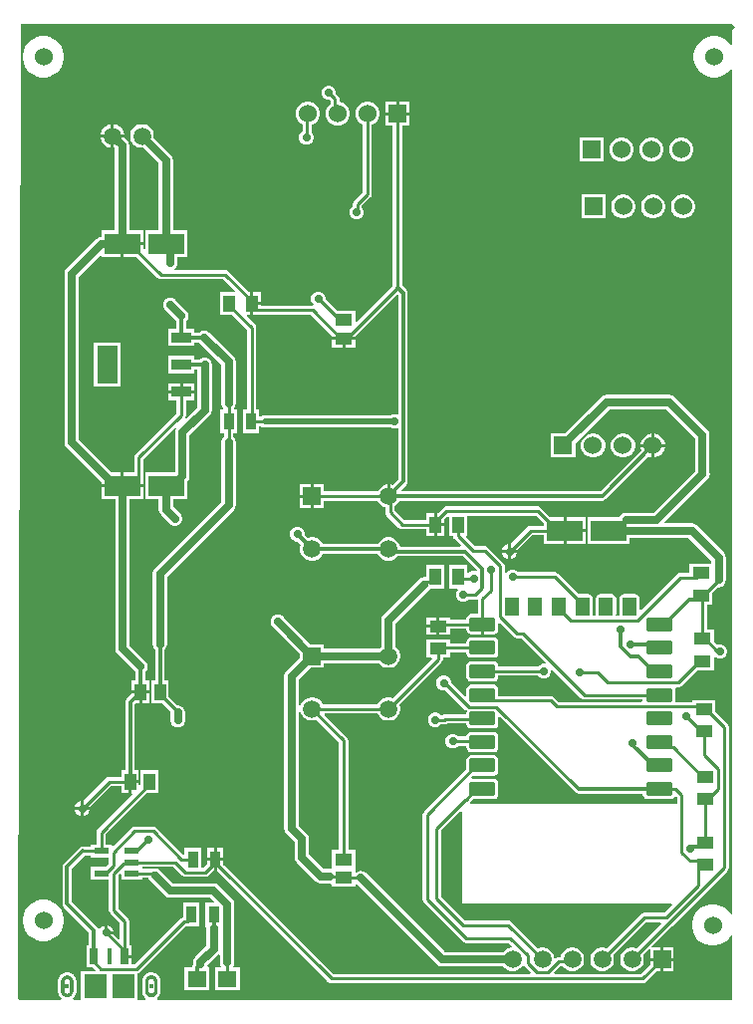
<source format=gtl>
G04*
G04 #@! TF.GenerationSoftware,Altium Limited,Altium Designer,23.4.1 (23)*
G04*
G04 Layer_Physical_Order=1*
G04 Layer_Color=255*
%FSLAX25Y25*%
%MOIN*%
G70*
G04*
G04 #@! TF.SameCoordinates,3121AE9F-DB6A-48AE-AC32-4FE8ED9D71C7*
G04*
G04*
G04 #@! TF.FilePolarity,Positive*
G04*
G01*
G75*
%ADD13C,0.01000*%
G04:AMPARAMS|DCode=41|XSize=86.61mil|YSize=47.24mil|CornerRadius=4.72mil|HoleSize=0mil|Usage=FLASHONLY|Rotation=180.000|XOffset=0mil|YOffset=0mil|HoleType=Round|Shape=RoundedRectangle|*
%AMROUNDEDRECTD41*
21,1,0.08661,0.03780,0,0,180.0*
21,1,0.07717,0.04724,0,0,180.0*
1,1,0.00945,-0.03858,0.01890*
1,1,0.00945,0.03858,0.01890*
1,1,0.00945,0.03858,-0.01890*
1,1,0.00945,-0.03858,-0.01890*
%
%ADD41ROUNDEDRECTD41*%
G04:AMPARAMS|DCode=42|XSize=62.99mil|YSize=47.24mil|CornerRadius=4.72mil|HoleSize=0mil|Usage=FLASHONLY|Rotation=270.000|XOffset=0mil|YOffset=0mil|HoleType=Round|Shape=RoundedRectangle|*
%AMROUNDEDRECTD42*
21,1,0.06299,0.03780,0,0,270.0*
21,1,0.05354,0.04724,0,0,270.0*
1,1,0.00945,-0.01890,-0.02677*
1,1,0.00945,-0.01890,0.02677*
1,1,0.00945,0.01890,0.02677*
1,1,0.00945,0.01890,-0.02677*
%
%ADD42ROUNDEDRECTD42*%
%ADD43R,0.05787X0.04016*%
%ADD44R,0.05709X0.03937*%
%ADD45R,0.03937X0.05709*%
%ADD46R,0.12008X0.07087*%
%ADD47R,0.05000X0.02200*%
%ADD48R,0.02756X0.05512*%
%ADD49R,0.01575X0.05512*%
%ADD50R,0.07480X0.07874*%
%ADD51R,0.00394X0.00394*%
%ADD52R,0.03898X0.05787*%
%ADD53R,0.03543X0.05709*%
%ADD54R,0.06102X0.05709*%
%ADD55R,0.04134X0.05512*%
%ADD56R,0.06890X0.03740*%
%ADD57R,0.06890X0.12598*%
%ADD58C,0.02756*%
%ADD59C,0.01968*%
%ADD60C,0.01181*%
%ADD61C,0.01100*%
%ADD62C,0.01079*%
%ADD63C,0.05898*%
%ADD64R,0.05898X0.05898*%
%ADD65C,0.01772*%
%ADD66R,0.06024X0.06024*%
%ADD67C,0.06024*%
%ADD68C,0.06000*%
%ADD69R,0.05906X0.05906*%
%ADD70C,0.05906*%
%ADD71C,0.05937*%
%ADD72C,0.02756*%
G36*
X240000Y327000D02*
X239000Y326000D01*
Y321311D01*
X238522Y321166D01*
X238364Y321402D01*
X237402Y322364D01*
X236271Y323120D01*
X235014Y323640D01*
X233680Y323905D01*
X232320D01*
X230986Y323640D01*
X229729Y323120D01*
X228598Y322364D01*
X227636Y321402D01*
X226880Y320271D01*
X226360Y319014D01*
X226095Y317680D01*
Y316320D01*
X226360Y314986D01*
X226880Y313729D01*
X227636Y312598D01*
X228598Y311636D01*
X229729Y310880D01*
X230986Y310360D01*
X232320Y310094D01*
X233680D01*
X235014Y310360D01*
X236271Y310880D01*
X237402Y311636D01*
X238364Y312598D01*
X238522Y312834D01*
X239000Y312689D01*
Y30102D01*
X238500Y29950D01*
X237864Y30902D01*
X236902Y31864D01*
X235771Y32620D01*
X234514Y33140D01*
X233180Y33406D01*
X231820D01*
X230486Y33140D01*
X229229Y32620D01*
X228098Y31864D01*
X227136Y30902D01*
X226380Y29771D01*
X225860Y28514D01*
X225594Y27180D01*
Y25820D01*
X225860Y24486D01*
X226380Y23229D01*
X227136Y22098D01*
X228098Y21136D01*
X229229Y20380D01*
X230486Y19860D01*
X231820Y19594D01*
X233180D01*
X234514Y19860D01*
X235771Y20380D01*
X236902Y21136D01*
X237864Y22098D01*
X238500Y23050D01*
X239000Y22898D01*
Y1500D01*
X46754D01*
X46716Y1549D01*
X46597Y2005D01*
X46679Y2076D01*
X46696Y2097D01*
X46718Y2111D01*
X46797Y2186D01*
X46812Y2208D01*
X46834Y2223D01*
X46909Y2302D01*
X46923Y2324D01*
X46943Y2340D01*
X47014Y2423D01*
X47021Y2436D01*
X47033Y2445D01*
X47100Y2528D01*
X47124Y2575D01*
X47161Y2612D01*
X47220Y2703D01*
X47220Y2703D01*
X47220Y2703D01*
X47279Y2793D01*
X47298Y2840D01*
X47330Y2880D01*
X47381Y2978D01*
X47383Y2986D01*
X47388Y2993D01*
X47436Y3087D01*
X47449Y3135D01*
X47475Y3177D01*
X47515Y3280D01*
X47518Y3297D01*
X47526Y3312D01*
X47562Y3415D01*
X47564Y3432D01*
X47573Y3448D01*
X47604Y3551D01*
X47607Y3574D01*
X47617Y3594D01*
X47644Y3701D01*
X47646Y3737D01*
X47660Y3771D01*
X47680Y3877D01*
X47679Y3915D01*
X47690Y3950D01*
X47702Y4057D01*
X47701Y4077D01*
X47706Y4097D01*
X47714Y4207D01*
X47712Y4225D01*
X47716Y4242D01*
X47720Y4348D01*
X47717Y4367D01*
X47720Y4386D01*
Y7535D01*
X47717Y7554D01*
X47720Y7573D01*
X47716Y7679D01*
X47712Y7697D01*
X47714Y7714D01*
X47706Y7825D01*
X47701Y7844D01*
X47702Y7865D01*
X47690Y7971D01*
X47679Y8006D01*
X47680Y8044D01*
X47660Y8150D01*
X47646Y8184D01*
X47644Y8220D01*
X47617Y8327D01*
X47607Y8348D01*
X47604Y8371D01*
X47573Y8473D01*
X47564Y8489D01*
X47562Y8507D01*
X47526Y8609D01*
X47518Y8624D01*
X47515Y8642D01*
X47475Y8744D01*
X47449Y8786D01*
X47436Y8834D01*
X47388Y8928D01*
X47383Y8935D01*
X47381Y8943D01*
X47330Y9041D01*
X47298Y9081D01*
X47279Y9128D01*
X47220Y9218D01*
X47220Y9218D01*
X47220Y9218D01*
X47161Y9309D01*
X47124Y9347D01*
X47100Y9393D01*
X47033Y9476D01*
X47021Y9486D01*
X47014Y9498D01*
X46943Y9581D01*
X46923Y9597D01*
X46909Y9620D01*
X46834Y9698D01*
X46812Y9714D01*
X46797Y9735D01*
X46718Y9810D01*
X46696Y9824D01*
X46679Y9845D01*
X46597Y9916D01*
X46584Y9923D01*
X46575Y9934D01*
X46492Y10001D01*
X46445Y10026D01*
X46407Y10063D01*
X46317Y10122D01*
X46308Y10125D01*
X46300Y10132D01*
X46206Y10191D01*
X46176Y10203D01*
X46151Y10223D01*
X46057Y10274D01*
X46040Y10279D01*
X46027Y10290D01*
X45932Y10337D01*
X45884Y10350D01*
X45842Y10377D01*
X45740Y10416D01*
X45723Y10419D01*
X45707Y10428D01*
X45605Y10464D01*
X45587Y10466D01*
X45572Y10475D01*
X45469Y10506D01*
X45446Y10508D01*
X45425Y10519D01*
X45319Y10546D01*
X45283Y10548D01*
X45249Y10562D01*
X45142Y10581D01*
X45105Y10581D01*
X45069Y10592D01*
X44963Y10604D01*
X44943Y10602D01*
X44923Y10608D01*
X44813Y10615D01*
X44795Y10613D01*
X44778Y10617D01*
X44671Y10621D01*
X44634Y10615D01*
X44596Y10621D01*
X44490Y10617D01*
X44473Y10613D01*
X44455Y10615D01*
X44345Y10607D01*
X44325Y10602D01*
X44305Y10604D01*
X44199Y10592D01*
X44163Y10581D01*
X44125Y10581D01*
X44019Y10562D01*
X43985Y10548D01*
X43949Y10546D01*
X43843Y10519D01*
X43822Y10508D01*
X43799Y10506D01*
X43696Y10475D01*
X43680Y10466D01*
X43663Y10464D01*
X43560Y10428D01*
X43545Y10419D01*
X43528Y10416D01*
X43425Y10377D01*
X43383Y10350D01*
X43335Y10337D01*
X43241Y10290D01*
X43227Y10279D01*
X43211Y10274D01*
X43117Y10223D01*
X43092Y10203D01*
X43062Y10191D01*
X42968Y10132D01*
X42960Y10125D01*
X42951Y10122D01*
X42860Y10063D01*
X42823Y10026D01*
X42776Y10001D01*
X42693Y9934D01*
X42684Y9923D01*
X42671Y9916D01*
X42588Y9845D01*
X42572Y9824D01*
X42550Y9810D01*
X42471Y9735D01*
X42456Y9714D01*
X42434Y9698D01*
X42359Y9619D01*
X42345Y9597D01*
X42324Y9581D01*
X42254Y9498D01*
X42246Y9486D01*
X42235Y9476D01*
X42168Y9393D01*
X42143Y9347D01*
X42107Y9309D01*
X42048Y9218D01*
X42044Y9209D01*
X42037Y9202D01*
X41978Y9107D01*
X41967Y9077D01*
X41946Y9053D01*
X41895Y8958D01*
X41890Y8942D01*
X41879Y8928D01*
X41832Y8834D01*
X41819Y8786D01*
X41793Y8744D01*
X41753Y8642D01*
X41750Y8624D01*
X41741Y8609D01*
X41706Y8507D01*
X41703Y8489D01*
X41695Y8473D01*
X41663Y8371D01*
X41661Y8348D01*
X41651Y8327D01*
X41623Y8220D01*
X41621Y8184D01*
X41608Y8150D01*
X41588Y8044D01*
X41589Y8006D01*
X41577Y7971D01*
X41565Y7864D01*
X41567Y7844D01*
X41562Y7825D01*
X41554Y7714D01*
X41556Y7697D01*
X41552Y7679D01*
X41548Y7573D01*
X41551Y7554D01*
X41547Y7535D01*
Y4386D01*
X41551Y4367D01*
X41548Y4348D01*
X41552Y4242D01*
X41556Y4225D01*
X41554Y4207D01*
X41562Y4097D01*
X41567Y4077D01*
X41565Y4057D01*
X41577Y3950D01*
X41589Y3915D01*
X41588Y3877D01*
X41608Y3771D01*
X41621Y3737D01*
X41623Y3701D01*
X41651Y3594D01*
X41661Y3574D01*
X41663Y3551D01*
X41695Y3448D01*
X41703Y3432D01*
X41706Y3415D01*
X41741Y3312D01*
X41750Y3297D01*
X41753Y3280D01*
X41793Y3177D01*
X41819Y3135D01*
X41832Y3087D01*
X41879Y2993D01*
X41890Y2980D01*
X41895Y2963D01*
X41946Y2869D01*
X41967Y2844D01*
X41978Y2814D01*
X42037Y2719D01*
X42044Y2712D01*
X42048Y2703D01*
X42107Y2612D01*
X42144Y2575D01*
X42168Y2528D01*
X42235Y2445D01*
X42246Y2436D01*
X42254Y2423D01*
X42324Y2340D01*
X42345Y2324D01*
X42359Y2302D01*
X42434Y2223D01*
X42456Y2208D01*
X42471Y2186D01*
X42550Y2111D01*
X42572Y2097D01*
X42588Y2076D01*
X42671Y2005D01*
X42552Y1549D01*
X42514Y1500D01*
X40024D01*
Y10179D01*
X40299Y10234D01*
X40811Y10576D01*
X56350Y26115D01*
X56798D01*
X56798Y26115D01*
X56798Y26115D01*
X56951Y26146D01*
X60791D01*
Y33854D01*
X55248D01*
Y29187D01*
X55091Y29156D01*
X54578Y28813D01*
X39039Y13274D01*
X38055D01*
Y15500D01*
X35677D01*
Y16500D01*
X38055D01*
Y19756D01*
X37207D01*
Y27823D01*
X37090Y28408D01*
X36759Y28904D01*
X33529Y32133D01*
Y43038D01*
X34138Y43647D01*
X34600Y43455D01*
Y41700D01*
X41600D01*
Y42271D01*
X43720D01*
X43760Y42072D01*
X44286Y41286D01*
X49286Y36286D01*
X50072Y35760D01*
X51000Y35576D01*
X64485D01*
X65744Y34316D01*
X65553Y33854D01*
X62728D01*
Y26146D01*
X62810D01*
X63127Y25759D01*
X63076Y25500D01*
Y19504D01*
X59286Y15714D01*
X58760Y14928D01*
X58575Y14000D01*
Y13500D01*
X58608Y13338D01*
X58384Y13002D01*
X58260Y12382D01*
Y12354D01*
X55831D01*
Y4646D01*
X63933D01*
Y12354D01*
X63650D01*
X63296Y12854D01*
X63299Y12870D01*
X67076Y16647D01*
X67576Y16450D01*
Y14000D01*
X67760Y13072D01*
X67945Y12795D01*
X67709Y12354D01*
X66067D01*
Y4646D01*
X74169D01*
Y12354D01*
X72291D01*
X72055Y12795D01*
X72240Y13072D01*
X72425Y14000D01*
Y33489D01*
X72240Y34417D01*
X71714Y35203D01*
X67203Y39714D01*
X66417Y40240D01*
X65489Y40424D01*
X52004D01*
X47714Y44714D01*
X46928Y45240D01*
X46000Y45425D01*
X45593Y45344D01*
X45200Y45422D01*
X44736Y45329D01*
X41600D01*
Y45971D01*
X52139D01*
X55045Y43064D01*
X55541Y42733D01*
X56127Y42616D01*
X62728D01*
X63314Y42733D01*
X63314Y42733D01*
X63314Y42733D01*
X63810Y43064D01*
X65391Y44646D01*
X65500D01*
Y48000D01*
X63228D01*
Y46808D01*
X62095Y45675D01*
X61291D01*
Y52354D01*
X55748D01*
Y50029D01*
X55234D01*
X46304Y58959D01*
X45808Y59291D01*
X45223Y59407D01*
X39057D01*
X38471Y59291D01*
X37975Y58959D01*
X31862Y52846D01*
X31400Y53038D01*
Y53300D01*
X29480D01*
Y56844D01*
X43243Y70606D01*
X46905D01*
Y78394D01*
X41008D01*
Y73245D01*
X40949Y73206D01*
X40449Y73473D01*
Y74000D01*
X38000D01*
Y70606D01*
X38119D01*
X38311Y70144D01*
X26783Y58616D01*
X26440Y58103D01*
X26320Y57499D01*
Y53300D01*
X24400D01*
Y52770D01*
X21962D01*
X21700Y52822D01*
X21079Y52698D01*
X20553Y52347D01*
X15349Y47143D01*
X14998Y46617D01*
X14875Y45996D01*
Y33504D01*
X14998Y32883D01*
X15349Y32357D01*
X23819Y23887D01*
Y19756D01*
X23063D01*
Y12244D01*
X25021D01*
X25905Y11360D01*
X25714Y10898D01*
X21094D01*
Y1500D01*
X18605D01*
X18566Y1549D01*
X18447Y2005D01*
X18530Y2076D01*
X18546Y2097D01*
X18568Y2111D01*
X18647Y2186D01*
X18663Y2208D01*
X18684Y2223D01*
X18759Y2302D01*
X18773Y2324D01*
X18794Y2340D01*
X18865Y2423D01*
X18872Y2436D01*
X18883Y2445D01*
X18950Y2528D01*
X18975Y2575D01*
X19012Y2612D01*
X19071Y2703D01*
X19074Y2712D01*
X19081Y2719D01*
X19140Y2814D01*
X19152Y2844D01*
X19172Y2869D01*
X19223Y2963D01*
X19228Y2980D01*
X19239Y2993D01*
X19286Y3087D01*
X19299Y3135D01*
X19326Y3177D01*
X19365Y3280D01*
X19368Y3297D01*
X19377Y3312D01*
X19412Y3415D01*
X19415Y3432D01*
X19423Y3448D01*
X19455Y3551D01*
X19457Y3574D01*
X19467Y3594D01*
X19495Y3701D01*
X19497Y3737D01*
X19510Y3771D01*
X19530Y3877D01*
X19530Y3915D01*
X19541Y3950D01*
X19553Y4057D01*
X19551Y4077D01*
X19556Y4097D01*
X19564Y4207D01*
X19562Y4225D01*
X19566Y4242D01*
X19570Y4348D01*
X19567Y4367D01*
X19571Y4386D01*
Y7535D01*
X19567Y7554D01*
X19570Y7573D01*
X19566Y7679D01*
X19562Y7697D01*
X19564Y7714D01*
X19556Y7825D01*
X19551Y7844D01*
X19553Y7865D01*
X19541Y7971D01*
X19530Y8006D01*
X19530Y8044D01*
X19510Y8150D01*
X19497Y8184D01*
X19495Y8220D01*
X19467Y8327D01*
X19457Y8348D01*
X19455Y8371D01*
X19423Y8473D01*
X19415Y8489D01*
X19412Y8507D01*
X19377Y8609D01*
X19368Y8624D01*
X19365Y8642D01*
X19326Y8744D01*
X19299Y8786D01*
X19286Y8834D01*
X19239Y8928D01*
X19228Y8942D01*
X19223Y8958D01*
X19172Y9053D01*
X19152Y9077D01*
X19140Y9107D01*
X19081Y9202D01*
X19074Y9209D01*
X19071Y9218D01*
X19012Y9309D01*
X18975Y9347D01*
X18950Y9393D01*
X18883Y9476D01*
X18872Y9486D01*
X18865Y9498D01*
X18794Y9581D01*
X18773Y9597D01*
X18759Y9619D01*
X18684Y9698D01*
X18663Y9714D01*
X18647Y9735D01*
X18568Y9810D01*
X18546Y9824D01*
X18530Y9845D01*
X18447Y9916D01*
X18434Y9923D01*
X18425Y9934D01*
X18342Y10001D01*
X18296Y10026D01*
X18258Y10063D01*
X18167Y10122D01*
X18158Y10125D01*
X18151Y10132D01*
X18056Y10191D01*
X18026Y10203D01*
X18001Y10223D01*
X17907Y10274D01*
X17891Y10279D01*
X17877Y10290D01*
X17783Y10337D01*
X17735Y10350D01*
X17693Y10377D01*
X17590Y10416D01*
X17573Y10419D01*
X17558Y10428D01*
X17456Y10464D01*
X17438Y10466D01*
X17422Y10475D01*
X17320Y10506D01*
X17297Y10508D01*
X17276Y10519D01*
X17169Y10546D01*
X17133Y10548D01*
X17099Y10562D01*
X16993Y10581D01*
X16955Y10581D01*
X16920Y10592D01*
X16813Y10604D01*
X16793Y10602D01*
X16773Y10607D01*
X16663Y10615D01*
X16646Y10613D01*
X16628Y10617D01*
X16522Y10621D01*
X16484Y10615D01*
X16447Y10621D01*
X16340Y10617D01*
X16323Y10613D01*
X16305Y10615D01*
X16195Y10608D01*
X16175Y10602D01*
X16155Y10604D01*
X16049Y10592D01*
X16013Y10581D01*
X15976Y10581D01*
X15869Y10562D01*
X15836Y10548D01*
X15799Y10546D01*
X15693Y10519D01*
X15672Y10508D01*
X15649Y10506D01*
X15547Y10475D01*
X15531Y10466D01*
X15513Y10464D01*
X15411Y10428D01*
X15395Y10419D01*
X15378Y10416D01*
X15276Y10377D01*
X15234Y10350D01*
X15186Y10337D01*
X15091Y10290D01*
X15078Y10279D01*
X15062Y10274D01*
X14967Y10223D01*
X14942Y10203D01*
X14912Y10191D01*
X14818Y10132D01*
X14811Y10125D01*
X14801Y10122D01*
X14711Y10063D01*
X14673Y10026D01*
X14626Y10001D01*
X14544Y9934D01*
X14534Y9923D01*
X14522Y9916D01*
X14439Y9845D01*
X14423Y9824D01*
X14400Y9810D01*
X14321Y9735D01*
X14306Y9714D01*
X14285Y9698D01*
X14227Y9638D01*
X14126D01*
Y9524D01*
X14104Y9498D01*
X14097Y9486D01*
X14085Y9476D01*
X14018Y9393D01*
X13994Y9347D01*
X13957Y9309D01*
X13898Y9218D01*
X13898Y9218D01*
X13898Y9218D01*
X13839Y9128D01*
X13820Y9081D01*
X13788Y9041D01*
X13737Y8943D01*
X13735Y8935D01*
X13730Y8929D01*
X13683Y8834D01*
X13669Y8786D01*
X13643Y8744D01*
X13603Y8642D01*
X13600Y8624D01*
X13592Y8609D01*
X13556Y8507D01*
X13554Y8489D01*
X13545Y8473D01*
X13514Y8371D01*
X13511Y8348D01*
X13501Y8327D01*
X13474Y8220D01*
X13472Y8184D01*
X13458Y8150D01*
X13438Y8044D01*
X13439Y8006D01*
X13428Y7971D01*
X13416Y7864D01*
X13418Y7844D01*
X13412Y7825D01*
X13404Y7714D01*
X13407Y7697D01*
X13402Y7679D01*
X13398Y7573D01*
X13401Y7554D01*
X13398Y7535D01*
Y4386D01*
X13401Y4367D01*
X13398Y4348D01*
X13402Y4242D01*
X13407Y4225D01*
X13404Y4207D01*
X13412Y4097D01*
X13418Y4077D01*
X13416Y4057D01*
X13428Y3950D01*
X13439Y3915D01*
X13438Y3877D01*
X13458Y3771D01*
X13472Y3737D01*
X13474Y3701D01*
X13501Y3594D01*
X13511Y3574D01*
X13514Y3551D01*
X13545Y3448D01*
X13554Y3432D01*
X13556Y3415D01*
X13592Y3312D01*
X13600Y3297D01*
X13603Y3280D01*
X13643Y3177D01*
X13669Y3135D01*
X13683Y3087D01*
X13730Y2993D01*
X13735Y2986D01*
X13737Y2978D01*
X13788Y2880D01*
X13820Y2840D01*
X13839Y2793D01*
X13898Y2703D01*
X13898Y2703D01*
X13898Y2703D01*
X13957Y2612D01*
X13994Y2575D01*
X14019Y2528D01*
X14085Y2445D01*
X14097Y2436D01*
X14104Y2423D01*
X14175Y2340D01*
X14196Y2324D01*
X14210Y2302D01*
X14285Y2223D01*
X14306Y2208D01*
X14321Y2186D01*
X14400Y2111D01*
X14423Y2097D01*
X14439Y2076D01*
X14522Y2005D01*
X14402Y1549D01*
X14364Y1500D01*
X501D01*
X2Y1940D01*
X1000Y328000D01*
X239000D01*
X240000Y327000D01*
D02*
G37*
G36*
X24400Y49100D02*
X30371D01*
Y47034D01*
X29237Y45900D01*
X24400D01*
Y41700D01*
X30471D01*
Y31500D01*
X30587Y30915D01*
X30919Y30419D01*
X34148Y27189D01*
Y22019D01*
X33686Y21827D01*
X32013Y23500D01*
X29500D01*
Y24000D01*
X29000D01*
Y26367D01*
X28153Y26016D01*
X27484Y25347D01*
X27438Y25236D01*
X27165Y25205D01*
X26899Y25240D01*
X26588Y25706D01*
X18118Y34176D01*
Y45325D01*
X22424Y49630D01*
X24400D01*
Y49100D01*
D02*
G37*
G36*
X44740Y9598D02*
X44850Y9591D01*
X44957Y9579D01*
X45063Y9559D01*
X45169Y9532D01*
X45272Y9500D01*
X45374Y9465D01*
X45476Y9425D01*
X45571Y9378D01*
X45665Y9327D01*
X45760Y9268D01*
X45850Y9209D01*
X45933Y9142D01*
X46016Y9071D01*
X46095Y8996D01*
X46169Y8917D01*
X46240Y8835D01*
X46307Y8752D01*
X46366Y8661D01*
X46425Y8571D01*
X46476Y8472D01*
X46524Y8378D01*
X46563Y8276D01*
X46598Y8173D01*
X46630Y8071D01*
X46657Y7965D01*
X46677Y7858D01*
X46689Y7752D01*
X46697Y7642D01*
X46701Y7535D01*
Y5961D01*
Y4386D01*
X46697Y4279D01*
X46689Y4169D01*
X46677Y4063D01*
X46657Y3957D01*
X46630Y3850D01*
X46598Y3748D01*
X46563Y3646D01*
X46524Y3543D01*
X46476Y3449D01*
X46425Y3350D01*
X46366Y3260D01*
X46307Y3169D01*
X46240Y3087D01*
X46169Y3004D01*
X46095Y2925D01*
X46016Y2850D01*
X45933Y2780D01*
X45850Y2713D01*
X45760Y2654D01*
X45665Y2595D01*
X45571Y2543D01*
X45476Y2496D01*
X45374Y2457D01*
X45272Y2421D01*
X45169Y2390D01*
X45063Y2362D01*
X44957Y2342D01*
X44850Y2331D01*
X44740Y2323D01*
X44634Y2319D01*
X44528Y2323D01*
X44417Y2331D01*
X44311Y2342D01*
X44205Y2362D01*
X44098Y2390D01*
X43996Y2421D01*
X43894Y2457D01*
X43791Y2496D01*
X43697Y2543D01*
X43602Y2595D01*
X43508Y2654D01*
X43417Y2713D01*
X43335Y2780D01*
X43252Y2850D01*
X43173Y2925D01*
X43098Y3004D01*
X43028Y3087D01*
X42961Y3169D01*
X42902Y3260D01*
X42843Y3354D01*
X42791Y3449D01*
X42744Y3543D01*
X42705Y3646D01*
X42669Y3748D01*
X42638Y3850D01*
X42610Y3957D01*
X42591Y4063D01*
X42579Y4169D01*
X42571Y4279D01*
X42567Y4386D01*
Y5961D01*
Y7535D01*
X42571Y7642D01*
X42579Y7752D01*
X42591Y7858D01*
X42610Y7965D01*
X42638Y8071D01*
X42669Y8173D01*
X42705Y8276D01*
X42744Y8378D01*
X42791Y8472D01*
X42843Y8567D01*
X42902Y8661D01*
X42961Y8752D01*
X43028Y8835D01*
X43098Y8917D01*
X43173Y8996D01*
X43252Y9071D01*
X43335Y9142D01*
X43417Y9209D01*
X43508Y9268D01*
X43602Y9327D01*
X43697Y9378D01*
X43791Y9425D01*
X43894Y9465D01*
X43996Y9500D01*
X44098Y9532D01*
X44205Y9559D01*
X44311Y9579D01*
X44417Y9591D01*
X44528Y9598D01*
X44634Y9602D01*
X44740Y9598D01*
D02*
G37*
G36*
X16591D02*
X16701Y9591D01*
X16807Y9579D01*
X16913Y9559D01*
X17020Y9532D01*
X17122Y9500D01*
X17224Y9465D01*
X17327Y9425D01*
X17421Y9378D01*
X17516Y9327D01*
X17610Y9268D01*
X17701Y9209D01*
X17784Y9142D01*
X17866Y9071D01*
X17945Y8996D01*
X18020Y8917D01*
X18091Y8835D01*
X18158Y8752D01*
X18216Y8661D01*
X18276Y8567D01*
X18327Y8472D01*
X18374Y8378D01*
X18413Y8276D01*
X18449Y8173D01*
X18480Y8071D01*
X18508Y7965D01*
X18528Y7858D01*
X18539Y7752D01*
X18547Y7642D01*
X18551Y7535D01*
Y5961D01*
Y4386D01*
X18547Y4279D01*
X18539Y4169D01*
X18528Y4063D01*
X18508Y3957D01*
X18480Y3850D01*
X18449Y3748D01*
X18413Y3646D01*
X18374Y3543D01*
X18327Y3449D01*
X18276Y3354D01*
X18216Y3260D01*
X18158Y3169D01*
X18091Y3087D01*
X18020Y3004D01*
X17945Y2925D01*
X17866Y2850D01*
X17784Y2780D01*
X17701Y2713D01*
X17610Y2654D01*
X17516Y2595D01*
X17421Y2543D01*
X17327Y2496D01*
X17224Y2457D01*
X17122Y2421D01*
X17020Y2390D01*
X16913Y2362D01*
X16807Y2342D01*
X16701Y2331D01*
X16591Y2323D01*
X16484Y2319D01*
X16378Y2323D01*
X16268Y2331D01*
X16161Y2342D01*
X16055Y2362D01*
X15949Y2390D01*
X15846Y2421D01*
X15744Y2457D01*
X15642Y2496D01*
X15547Y2543D01*
X15453Y2595D01*
X15358Y2654D01*
X15268Y2713D01*
X15185Y2780D01*
X15102Y2850D01*
X15024Y2925D01*
X14949Y3004D01*
X14878Y3087D01*
X14811Y3169D01*
X14752Y3260D01*
X14693Y3350D01*
X14642Y3449D01*
X14594Y3543D01*
X14555Y3646D01*
X14520Y3748D01*
X14488Y3850D01*
X14461Y3957D01*
X14441Y4063D01*
X14429Y4169D01*
X14421Y4279D01*
X14417Y4386D01*
Y5961D01*
Y7535D01*
X14421Y7642D01*
X14429Y7752D01*
X14441Y7858D01*
X14461Y7965D01*
X14488Y8071D01*
X14520Y8173D01*
X14555Y8276D01*
X14594Y8378D01*
X14642Y8472D01*
X14693Y8571D01*
X14752Y8661D01*
X14811Y8752D01*
X14878Y8835D01*
X14949Y8917D01*
X15024Y8996D01*
X15102Y9071D01*
X15185Y9142D01*
X15268Y9209D01*
X15358Y9268D01*
X15453Y9327D01*
X15547Y9378D01*
X15642Y9425D01*
X15744Y9465D01*
X15846Y9500D01*
X15949Y9532D01*
X16055Y9559D01*
X16161Y9579D01*
X16268Y9591D01*
X16378Y9598D01*
X16484Y9602D01*
X16591Y9598D01*
D02*
G37*
%LPC*%
G36*
X9180Y323905D02*
X7820D01*
X6486Y323640D01*
X5229Y323120D01*
X4098Y322364D01*
X3136Y321402D01*
X2380Y320271D01*
X1860Y319014D01*
X1595Y317680D01*
Y316320D01*
X1860Y314986D01*
X2380Y313729D01*
X3136Y312598D01*
X4098Y311636D01*
X5229Y310880D01*
X6486Y310360D01*
X7820Y310094D01*
X9180D01*
X10514Y310360D01*
X11771Y310880D01*
X12902Y311636D01*
X13864Y312598D01*
X14620Y313729D01*
X15140Y314986D01*
X15405Y316320D01*
Y317680D01*
X15140Y319014D01*
X14620Y320271D01*
X13864Y321402D01*
X12902Y322364D01*
X11771Y323120D01*
X10514Y323640D01*
X9180Y323905D01*
D02*
G37*
G36*
X131012Y302012D02*
X127500D01*
Y298500D01*
X131012D01*
Y302012D01*
D02*
G37*
G36*
X126500D02*
X122988D01*
Y298500D01*
X126500D01*
Y302012D01*
D02*
G37*
G36*
X104473Y307378D02*
X103527D01*
X102653Y307016D01*
X101984Y306347D01*
X101622Y305473D01*
Y304527D01*
X101984Y303653D01*
X102653Y302984D01*
X103527Y302622D01*
X104215D01*
X104509Y302328D01*
Y301183D01*
X103790Y300463D01*
X103262Y299549D01*
X102988Y298528D01*
Y297472D01*
X103262Y296451D01*
X103790Y295537D01*
X104537Y294790D01*
X105452Y294262D01*
X106472Y293988D01*
X107528D01*
X108548Y294262D01*
X109463Y294790D01*
X110210Y295537D01*
X110738Y296451D01*
X111012Y297472D01*
Y298528D01*
X110738Y299549D01*
X110210Y300463D01*
X109463Y301210D01*
X108548Y301738D01*
X107568Y302001D01*
Y302961D01*
X107452Y303547D01*
X107120Y304043D01*
X106378Y304785D01*
Y305473D01*
X106016Y306347D01*
X105347Y307016D01*
X104473Y307378D01*
D02*
G37*
G36*
X32180Y294468D02*
X32157D01*
Y291000D01*
X35626D01*
Y291022D01*
X35355Y292032D01*
X34833Y292937D01*
X34094Y293676D01*
X33189Y294198D01*
X32180Y294468D01*
D02*
G37*
G36*
X31157D02*
X31135D01*
X30126Y294198D01*
X29221Y293676D01*
X28482Y292937D01*
X27959Y292032D01*
X27689Y291022D01*
Y291000D01*
X31157D01*
Y294468D01*
D02*
G37*
G36*
X97528Y302012D02*
X96472D01*
X95451Y301738D01*
X94537Y301210D01*
X93790Y300463D01*
X93262Y299549D01*
X92988Y298528D01*
Y297472D01*
X93262Y296451D01*
X93790Y295537D01*
X94537Y294790D01*
X95221Y294395D01*
Y292044D01*
X95153Y292016D01*
X94484Y291347D01*
X94122Y290473D01*
Y289527D01*
X94484Y288653D01*
X95153Y287984D01*
X96027Y287622D01*
X96973D01*
X97847Y287984D01*
X98516Y288653D01*
X98878Y289527D01*
Y290473D01*
X98516Y291347D01*
X98279Y291583D01*
Y294190D01*
X98549Y294262D01*
X99463Y294790D01*
X100210Y295537D01*
X100738Y296451D01*
X101012Y297472D01*
Y298528D01*
X100738Y299549D01*
X100210Y300463D01*
X99463Y301210D01*
X98549Y301738D01*
X97528Y302012D01*
D02*
G37*
G36*
X31157Y290000D02*
X27689D01*
Y289978D01*
X27959Y288968D01*
X28482Y288063D01*
X29221Y287324D01*
X30126Y286802D01*
X31135Y286531D01*
X31157D01*
Y290000D01*
D02*
G37*
G36*
X222528Y290012D02*
X221472D01*
X220451Y289738D01*
X219537Y289210D01*
X218790Y288463D01*
X218262Y287548D01*
X217988Y286528D01*
Y285472D01*
X218262Y284452D01*
X218790Y283537D01*
X219537Y282790D01*
X220451Y282262D01*
X221472Y281988D01*
X222528D01*
X223549Y282262D01*
X224463Y282790D01*
X225210Y283537D01*
X225738Y284452D01*
X226012Y285472D01*
Y286528D01*
X225738Y287548D01*
X225210Y288463D01*
X224463Y289210D01*
X223549Y289738D01*
X222528Y290012D01*
D02*
G37*
G36*
X212528D02*
X211472D01*
X210452Y289738D01*
X209537Y289210D01*
X208790Y288463D01*
X208262Y287548D01*
X207988Y286528D01*
Y285472D01*
X208262Y284452D01*
X208790Y283537D01*
X209537Y282790D01*
X210452Y282262D01*
X211472Y281988D01*
X212528D01*
X213548Y282262D01*
X214463Y282790D01*
X215210Y283537D01*
X215738Y284452D01*
X216012Y285472D01*
Y286528D01*
X215738Y287548D01*
X215210Y288463D01*
X214463Y289210D01*
X213548Y289738D01*
X212528Y290012D01*
D02*
G37*
G36*
X202528D02*
X201472D01*
X200451Y289738D01*
X199537Y289210D01*
X198790Y288463D01*
X198262Y287548D01*
X197988Y286528D01*
Y285472D01*
X198262Y284452D01*
X198790Y283537D01*
X199537Y282790D01*
X200451Y282262D01*
X201472Y281988D01*
X202528D01*
X203549Y282262D01*
X204463Y282790D01*
X205210Y283537D01*
X205738Y284452D01*
X206012Y285472D01*
Y286528D01*
X205738Y287548D01*
X205210Y288463D01*
X204463Y289210D01*
X203549Y289738D01*
X202528Y290012D01*
D02*
G37*
G36*
X196012D02*
X187988D01*
Y281988D01*
X196012D01*
Y290012D01*
D02*
G37*
G36*
X223044Y270957D02*
X221988D01*
X220967Y270683D01*
X220053Y270155D01*
X219305Y269408D01*
X218777Y268493D01*
X218504Y267473D01*
Y266417D01*
X218777Y265396D01*
X219305Y264481D01*
X220053Y263735D01*
X220967Y263206D01*
X221988Y262933D01*
X223044D01*
X224064Y263206D01*
X224979Y263735D01*
X225726Y264481D01*
X226254Y265396D01*
X226528Y266417D01*
Y267473D01*
X226254Y268493D01*
X225726Y269408D01*
X224979Y270155D01*
X224064Y270683D01*
X223044Y270957D01*
D02*
G37*
G36*
X213044D02*
X211988D01*
X210967Y270683D01*
X210052Y270155D01*
X209306Y269408D01*
X208777Y268493D01*
X208504Y267473D01*
Y266417D01*
X208777Y265396D01*
X209306Y264481D01*
X210052Y263735D01*
X210967Y263206D01*
X211988Y262933D01*
X213044D01*
X214064Y263206D01*
X214979Y263735D01*
X215726Y264481D01*
X216254Y265396D01*
X216528Y266417D01*
Y267473D01*
X216254Y268493D01*
X215726Y269408D01*
X214979Y270155D01*
X214064Y270683D01*
X213044Y270957D01*
D02*
G37*
G36*
X203044D02*
X201988D01*
X200967Y270683D01*
X200052Y270155D01*
X199305Y269408D01*
X198777Y268493D01*
X198504Y267473D01*
Y266417D01*
X198777Y265396D01*
X199305Y264481D01*
X200052Y263735D01*
X200967Y263206D01*
X201988Y262933D01*
X203044D01*
X204064Y263206D01*
X204979Y263735D01*
X205726Y264481D01*
X206254Y265396D01*
X206528Y266417D01*
Y267473D01*
X206254Y268493D01*
X205726Y269408D01*
X204979Y270155D01*
X204064Y270683D01*
X203044Y270957D01*
D02*
G37*
G36*
X196528D02*
X188504D01*
Y262933D01*
X196528D01*
Y270957D01*
D02*
G37*
G36*
X117528Y302012D02*
X116472D01*
X115452Y301738D01*
X114537Y301210D01*
X113790Y300463D01*
X113262Y299549D01*
X112988Y298528D01*
Y297472D01*
X113262Y296451D01*
X113790Y295537D01*
X114537Y294790D01*
X115355Y294317D01*
Y271699D01*
X112551Y268895D01*
X112219Y268398D01*
X112103Y267813D01*
Y266957D01*
X112088Y266951D01*
X111419Y266282D01*
X111057Y265408D01*
Y264462D01*
X111419Y263588D01*
X112088Y262919D01*
X112962Y262557D01*
X113908D01*
X114782Y262919D01*
X115451Y263588D01*
X115813Y264462D01*
Y265408D01*
X115451Y266282D01*
X115161Y266572D01*
Y267179D01*
X117966Y269984D01*
X118298Y270480D01*
X118414Y271066D01*
Y294226D01*
X118549Y294262D01*
X119463Y294790D01*
X120210Y295537D01*
X120738Y296451D01*
X121012Y297472D01*
Y298528D01*
X120738Y299549D01*
X120210Y300463D01*
X119463Y301210D01*
X118549Y301738D01*
X117528Y302012D01*
D02*
G37*
G36*
X35626Y290000D02*
X32157D01*
Y286531D01*
X32180D01*
X32489Y286180D01*
Y259043D01*
X27984D01*
Y256829D01*
X27904D01*
X26977Y256645D01*
X26190Y256119D01*
X16286Y246214D01*
X15760Y245428D01*
X15575Y244500D01*
Y188028D01*
X15760Y187100D01*
X16286Y186313D01*
X27984Y174615D01*
Y174000D01*
X34488D01*
Y178043D01*
X31413D01*
X20425Y189032D01*
Y243496D01*
X27522Y250593D01*
X27984Y250402D01*
Y249957D01*
X34488D01*
Y254500D01*
X34988D01*
Y255000D01*
X41992D01*
Y259043D01*
X37338D01*
Y287244D01*
X37338Y287244D01*
X37153Y288172D01*
X36628Y288958D01*
X35622Y289964D01*
X35626Y289978D01*
Y290000D01*
D02*
G37*
G36*
X81362Y238256D02*
X78795D01*
Y235000D01*
X81362D01*
Y238256D01*
D02*
G37*
G36*
X131012Y297500D02*
X127000D01*
X122988D01*
Y293988D01*
X125471D01*
Y240448D01*
X113356Y228333D01*
X112894Y228525D01*
Y232008D01*
X106786D01*
X102878Y235915D01*
Y236473D01*
X102516Y237347D01*
X101847Y238016D01*
X100973Y238378D01*
X100027D01*
X99153Y238016D01*
X98484Y237347D01*
X98122Y236473D01*
Y235527D01*
X98484Y234653D01*
X98924Y234213D01*
X98826Y233918D01*
X98678Y233752D01*
X98571Y233773D01*
X81362D01*
Y234000D01*
X78795D01*
Y230744D01*
X79714D01*
X79862Y230715D01*
X97937D01*
X105106Y223546D01*
Y223201D01*
X109000D01*
X112894D01*
Y223546D01*
X126791Y237443D01*
X127229Y237174D01*
Y197466D01*
X126813Y197188D01*
X126355Y197378D01*
X125409D01*
X124552Y197023D01*
X82500D01*
X81726Y196869D01*
X81272Y196566D01*
X80772Y196694D01*
Y198854D01*
X79726D01*
Y226429D01*
X79610Y227014D01*
X79278Y227511D01*
X76507Y230282D01*
X76698Y230744D01*
X77795D01*
Y234500D01*
Y238256D01*
X77391D01*
X70459Y245188D01*
X69963Y245519D01*
X69378Y245636D01*
X52706D01*
X52499Y246136D01*
X52516Y246153D01*
X52714Y246286D01*
X52847Y246484D01*
X53016Y246653D01*
X53107Y246874D01*
X53240Y247072D01*
X53287Y247306D01*
X53378Y247527D01*
Y247766D01*
X53425Y248000D01*
Y249957D01*
X56559D01*
Y259043D01*
X51980D01*
Y282445D01*
X51795Y283373D01*
X51270Y284159D01*
X45465Y289964D01*
X45469Y289978D01*
Y291022D01*
X45198Y292032D01*
X44676Y292937D01*
X43937Y293676D01*
X43032Y294198D01*
X42022Y294468D01*
X40977D01*
X39968Y294198D01*
X39063Y293676D01*
X38324Y292937D01*
X37802Y292032D01*
X37532Y291022D01*
Y289978D01*
X37802Y288968D01*
X38324Y288063D01*
X39063Y287324D01*
X39968Y286802D01*
X40977Y286531D01*
X42022D01*
X42036Y286535D01*
X47131Y281440D01*
Y259043D01*
X42551D01*
Y252751D01*
X42051Y252484D01*
X41992Y252523D01*
Y254000D01*
X35488D01*
Y249957D01*
X39829D01*
X46761Y243025D01*
X47257Y242693D01*
X47842Y242577D01*
X68744D01*
X72603Y238718D01*
X72412Y238256D01*
X67748D01*
Y230744D01*
X71719D01*
X76667Y225796D01*
Y198854D01*
X75228D01*
Y191146D01*
X80772D01*
Y193306D01*
X81272Y193434D01*
X81726Y193131D01*
X82500Y192977D01*
X124552D01*
X125409Y192622D01*
X126355D01*
X126813Y192812D01*
X127229Y192534D01*
Y175522D01*
X125415Y173709D01*
X124520Y173949D01*
X124500D01*
Y170000D01*
X123500D01*
Y173949D01*
X123480D01*
X122476Y173680D01*
X121575Y173160D01*
X120840Y172425D01*
X120323Y171529D01*
X102358D01*
Y173949D01*
X98909D01*
Y170000D01*
Y166051D01*
X102358D01*
Y168471D01*
X120323D01*
X120840Y167575D01*
X121575Y166840D01*
X122476Y166320D01*
X122971Y166188D01*
Y164579D01*
X123087Y163993D01*
X123419Y163497D01*
X127497Y159419D01*
X127993Y159087D01*
X128579Y158971D01*
X136791D01*
Y156646D01*
X139260D01*
Y160500D01*
Y164354D01*
X136791D01*
Y162029D01*
X129212D01*
X126029Y165212D01*
Y166612D01*
X126425Y166840D01*
X127160Y167575D01*
X127623Y168378D01*
X195539D01*
X196160Y168502D01*
X196686Y168853D01*
X211029Y183196D01*
X211968Y182945D01*
X211996D01*
Y186457D01*
X208484D01*
Y186428D01*
X208736Y185490D01*
X194868Y171622D01*
X128568D01*
X128377Y172084D01*
X129997Y173704D01*
X130349Y174230D01*
X130472Y174850D01*
Y237965D01*
X130349Y238585D01*
X129997Y239111D01*
X128529Y240579D01*
Y293988D01*
X131012D01*
Y297500D01*
D02*
G37*
G36*
X112894Y222201D02*
X109500D01*
Y219693D01*
X112894D01*
Y222201D01*
D02*
G37*
G36*
X108500D02*
X105106D01*
Y219693D01*
X108500D01*
Y222201D01*
D02*
G37*
G36*
X34315Y221299D02*
X25425D01*
Y206701D01*
X34315D01*
Y221299D01*
D02*
G37*
G36*
X59118Y207815D02*
X55173D01*
Y205445D01*
X59118D01*
Y207815D01*
D02*
G37*
G36*
X54173D02*
X50228D01*
Y205445D01*
X54173D01*
Y207815D01*
D02*
G37*
G36*
X59118Y216870D02*
X50228D01*
Y211130D01*
X59118D01*
Y212378D01*
X60075D01*
Y199759D01*
X56298Y195981D01*
X55910Y196300D01*
X56086Y196564D01*
X56203Y197150D01*
Y202075D01*
X59118D01*
Y204445D01*
X54673D01*
X50228D01*
Y202075D01*
X53144D01*
Y197783D01*
X39411Y184050D01*
X39079Y183554D01*
X38963Y182968D01*
Y178043D01*
X35488D01*
Y174000D01*
X41992D01*
Y176395D01*
X42022Y176543D01*
Y182335D01*
X52802Y193115D01*
X53190Y192796D01*
X52819Y192241D01*
X52635Y191314D01*
Y178043D01*
X42551D01*
Y168957D01*
X47131D01*
Y165445D01*
X47315Y164517D01*
X47841Y163730D01*
X50786Y160786D01*
X50984Y160653D01*
X51153Y160484D01*
X51374Y160393D01*
X51572Y160260D01*
X51806Y160213D01*
X52027Y160122D01*
X52266D01*
X52500Y160075D01*
X52734Y160122D01*
X52973D01*
X53194Y160213D01*
X53428Y160260D01*
X53626Y160393D01*
X53847Y160484D01*
X54016Y160653D01*
X54214Y160786D01*
X54347Y160984D01*
X54516Y161153D01*
X54607Y161374D01*
X54740Y161572D01*
X54787Y161806D01*
X54878Y162027D01*
Y162266D01*
X54924Y162500D01*
X54878Y162734D01*
Y162973D01*
X54787Y163194D01*
X54740Y163428D01*
X54607Y163626D01*
X54516Y163847D01*
X54347Y164016D01*
X54214Y164214D01*
X51980Y166449D01*
Y168957D01*
X56559D01*
Y174615D01*
X56774Y174829D01*
X57299Y175616D01*
X57484Y176543D01*
Y190309D01*
X64214Y197040D01*
X64740Y197827D01*
X64925Y198755D01*
Y214000D01*
X64878Y214234D01*
Y214473D01*
X64787Y214694D01*
X64740Y214928D01*
X64607Y215126D01*
X64516Y215347D01*
X64347Y215516D01*
X64214Y215714D01*
X64016Y215847D01*
X63847Y216016D01*
X63626Y216107D01*
X63428Y216240D01*
X63194Y216287D01*
X62973Y216378D01*
X62734D01*
X62500Y216424D01*
X62266Y216378D01*
X62027D01*
X61806Y216287D01*
X61572Y216240D01*
X61374Y216107D01*
X61153Y216016D01*
X60984Y215847D01*
X60786Y215714D01*
X60724Y215622D01*
X59118D01*
Y216870D01*
D02*
G37*
G36*
X213024Y190968D02*
X212996D01*
Y187457D01*
X216508D01*
Y187485D01*
X216234Y188505D01*
X215706Y189420D01*
X214959Y190167D01*
X214044Y190695D01*
X213024Y190968D01*
D02*
G37*
G36*
X211996D02*
X211968D01*
X210947Y190695D01*
X210033Y190167D01*
X209286Y189420D01*
X208758Y188505D01*
X208484Y187485D01*
Y187457D01*
X211996D01*
Y190968D01*
D02*
G37*
G36*
X216508Y186457D02*
X212996D01*
Y182945D01*
X213024D01*
X214044Y183218D01*
X214959Y183746D01*
X215706Y184493D01*
X216234Y185408D01*
X216508Y186428D01*
Y186457D01*
D02*
G37*
G36*
X203024Y190968D02*
X201968D01*
X200947Y190695D01*
X200033Y190167D01*
X199286Y189420D01*
X198758Y188505D01*
X198484Y187485D01*
Y186428D01*
X198758Y185408D01*
X199286Y184493D01*
X200033Y183746D01*
X200947Y183218D01*
X201968Y182945D01*
X203024D01*
X204045Y183218D01*
X204959Y183746D01*
X205706Y184493D01*
X206234Y185408D01*
X206508Y186428D01*
Y187485D01*
X206234Y188505D01*
X205706Y189420D01*
X204959Y190167D01*
X204045Y190695D01*
X203024Y190968D01*
D02*
G37*
G36*
X193024D02*
X191968D01*
X190947Y190695D01*
X190033Y190167D01*
X189286Y189420D01*
X188758Y188505D01*
X188484Y187485D01*
Y186428D01*
X188758Y185408D01*
X189286Y184493D01*
X190033Y183746D01*
X190947Y183218D01*
X191968Y182945D01*
X193024D01*
X194044Y183218D01*
X194959Y183746D01*
X195706Y184493D01*
X196234Y185408D01*
X196508Y186428D01*
Y187485D01*
X196234Y188505D01*
X195706Y189420D01*
X194959Y190167D01*
X194044Y190695D01*
X193024Y190968D01*
D02*
G37*
G36*
X97909Y173949D02*
X94461D01*
Y170500D01*
X97909D01*
Y173949D01*
D02*
G37*
G36*
Y169500D02*
X94461D01*
Y166051D01*
X97909D01*
Y169500D01*
D02*
G37*
G36*
X190004Y163043D02*
X183500D01*
Y159000D01*
X190004D01*
Y163043D01*
D02*
G37*
G36*
X142728Y160000D02*
X140260D01*
Y156646D01*
X142728D01*
Y160000D01*
D02*
G37*
G36*
X190004Y158000D02*
X183500D01*
Y153957D01*
X190004D01*
Y158000D01*
D02*
G37*
G36*
X218039Y203885D02*
X197000D01*
X196072Y203701D01*
X195286Y203175D01*
X183079Y190968D01*
X178484D01*
Y182945D01*
X186508D01*
Y187540D01*
X198004Y199036D01*
X217035D01*
X226575Y189496D01*
Y178333D01*
X212667Y164425D01*
X203528D01*
X202600Y164240D01*
X201813Y163714D01*
X201365Y163043D01*
X190563D01*
Y153957D01*
X204571D01*
Y156076D01*
X224496D01*
X232076Y148496D01*
Y147209D01*
X224646D01*
Y144301D01*
X221616D01*
X221031Y144185D01*
X220535Y143853D01*
X208510Y131829D01*
X208049Y132020D01*
Y135701D01*
X207934Y136275D01*
X207609Y136762D01*
X207122Y137088D01*
X206547Y137202D01*
X202768D01*
X202193Y137088D01*
X201706Y136762D01*
X201381Y136275D01*
X201266Y135701D01*
Y130346D01*
X201278Y130290D01*
X200962Y129906D01*
X200478D01*
X200163Y130290D01*
X200174Y130346D01*
Y135701D01*
X200060Y136275D01*
X199735Y136762D01*
X199248Y137088D01*
X198673Y137202D01*
X194894D01*
X194319Y137088D01*
X193832Y136762D01*
X193507Y136275D01*
X193392Y135701D01*
Y130346D01*
X193404Y130290D01*
X193088Y129906D01*
X192604D01*
X192289Y130290D01*
X192300Y130346D01*
Y135701D01*
X192186Y136275D01*
X191861Y136762D01*
X191374Y137088D01*
X190799Y137202D01*
X187681D01*
X180802Y144081D01*
X180306Y144413D01*
X179720Y144529D01*
X167333D01*
X166847Y145016D01*
X165973Y145378D01*
X165027D01*
X164153Y145016D01*
X163484Y144347D01*
X163344Y144010D01*
X162844Y144109D01*
Y146692D01*
X162728Y147277D01*
X162396Y147774D01*
X157384Y152786D01*
X156888Y153117D01*
X156303Y153234D01*
X152886D01*
X149936Y156184D01*
X150127Y156646D01*
X150209D01*
Y163471D01*
X173406D01*
X175996Y160880D01*
Y160029D01*
X171500D01*
X170915Y159913D01*
X170419Y159581D01*
X165000Y154163D01*
Y152000D01*
X167163D01*
X172134Y156971D01*
X175996D01*
Y153957D01*
X182500D01*
Y158500D01*
Y163043D01*
X178159D01*
X175121Y166081D01*
X174625Y166413D01*
X174039Y166529D01*
X143374D01*
X142789Y166413D01*
X142292Y166081D01*
X140565Y164354D01*
X140260D01*
Y161000D01*
X142728D01*
Y162191D01*
X143772Y163235D01*
X144272Y163028D01*
Y156646D01*
X145725D01*
X145827Y156131D01*
X146159Y155635D01*
X148210Y153584D01*
X148019Y153122D01*
X127864D01*
X127680Y153808D01*
X127160Y154708D01*
X126425Y155443D01*
X125524Y155963D01*
X124520Y156232D01*
X123480D01*
X122476Y155963D01*
X121575Y155443D01*
X120840Y154708D01*
X120377Y153905D01*
X102033D01*
X101569Y154708D01*
X100834Y155443D01*
X99934Y155963D01*
X98929Y156232D01*
X97890D01*
X96994Y155992D01*
X95878Y157108D01*
Y157666D01*
X95516Y158540D01*
X94847Y159209D01*
X93973Y159571D01*
X93027D01*
X92153Y159209D01*
X91484Y158540D01*
X91122Y157666D01*
Y156720D01*
X91484Y155846D01*
X92153Y155177D01*
X93027Y154815D01*
X93585D01*
X94700Y153699D01*
X94461Y152803D01*
Y151763D01*
X94730Y150759D01*
X95250Y149859D01*
X95985Y149124D01*
X96885Y148604D01*
X97890Y148335D01*
X98929D01*
X99934Y148604D01*
X100834Y149124D01*
X101569Y149859D01*
X102033Y150662D01*
X120377D01*
X120840Y149859D01*
X121575Y149124D01*
X122476Y148604D01*
X123480Y148335D01*
X124520D01*
X125524Y148604D01*
X126425Y149124D01*
X127160Y149859D01*
X127171Y149878D01*
X148828D01*
X153510Y145197D01*
X153226Y144773D01*
X152973Y144878D01*
X152027D01*
X151153Y144516D01*
X150709Y144072D01*
X150209Y144131D01*
Y146854D01*
X144272D01*
Y139146D01*
X147076D01*
X147283Y138646D01*
X146984Y138347D01*
X146622Y137473D01*
Y136527D01*
X146984Y135653D01*
X147653Y134984D01*
X148527Y134622D01*
X149473D01*
X150347Y134984D01*
X150833Y135471D01*
X153000D01*
X153434Y135557D01*
X153438Y135557D01*
X153827Y135309D01*
X153915Y135206D01*
Y130509D01*
X151586D01*
X151012Y130395D01*
X150525Y130069D01*
X150199Y129583D01*
X150085Y129008D01*
Y128648D01*
X144500D01*
Y129469D01*
X141146D01*
Y126500D01*
Y123531D01*
X144500D01*
Y125589D01*
X150085D01*
Y125228D01*
X150199Y124654D01*
X150525Y124167D01*
X151012Y123841D01*
X151586Y123727D01*
X154945D01*
Y127118D01*
X155945D01*
Y123727D01*
X159303D01*
X159878Y123841D01*
X160365Y124167D01*
X160690Y124654D01*
X160804Y125228D01*
Y127334D01*
X161266Y127525D01*
X165873Y122919D01*
X166369Y122587D01*
X166955Y122471D01*
X168367D01*
X176532Y114305D01*
X176531Y114297D01*
X176287Y113843D01*
X175492D01*
X174618Y113481D01*
X174131Y112994D01*
X160804D01*
Y113260D01*
X160690Y113835D01*
X160365Y114321D01*
X159878Y114647D01*
X159303Y114761D01*
X151586D01*
X151012Y114647D01*
X150525Y114321D01*
X150199Y113835D01*
X150085Y113260D01*
Y109480D01*
X150199Y108906D01*
X150525Y108419D01*
X151012Y108093D01*
X151586Y107979D01*
X159303D01*
X159878Y108093D01*
X160365Y108419D01*
X160690Y108906D01*
X160804Y109480D01*
Y109936D01*
X174131D01*
X174618Y109449D01*
X175492Y109087D01*
X176438D01*
X177312Y109449D01*
X177981Y110118D01*
X178343Y110992D01*
Y111787D01*
X178797Y112031D01*
X178805Y112032D01*
X188422Y102415D01*
X188918Y102083D01*
X189504Y101967D01*
X208952D01*
X209056Y101572D01*
X208734Y101163D01*
X181000D01*
X179491Y102672D01*
X178995Y103004D01*
X178409Y103120D01*
X160804D01*
Y105386D01*
X160690Y105961D01*
X160365Y106448D01*
X159878Y106773D01*
X159303Y106887D01*
X151586D01*
X151012Y106773D01*
X150525Y106448D01*
X150199Y105961D01*
X150085Y105386D01*
Y103134D01*
X149623Y102943D01*
X144878Y107688D01*
Y107973D01*
X144516Y108847D01*
X143847Y109516D01*
X142973Y109878D01*
X142027D01*
X141153Y109516D01*
X140484Y108847D01*
X140122Y107973D01*
Y107027D01*
X140484Y106153D01*
X141153Y105484D01*
X142027Y105122D01*
X142973D01*
X143076Y105165D01*
X149822Y98419D01*
X150181Y98179D01*
X150199Y98087D01*
X150085Y97512D01*
Y97029D01*
X143036D01*
X142450Y96913D01*
X142112Y96687D01*
X141491D01*
X141005Y97174D01*
X140131Y97536D01*
X139185D01*
X138311Y97174D01*
X137642Y96505D01*
X137280Y95631D01*
Y94685D01*
X137642Y93811D01*
X138311Y93142D01*
X139185Y92780D01*
X140131D01*
X141005Y93142D01*
X141491Y93628D01*
X142693D01*
X143278Y93745D01*
X143617Y93971D01*
X150085D01*
Y93732D01*
X150199Y93158D01*
X150525Y92671D01*
X151012Y92345D01*
X151586Y92231D01*
X159303D01*
X159878Y92345D01*
X160365Y92671D01*
X160690Y93158D01*
X160804Y93732D01*
Y95984D01*
X161266Y96175D01*
X186195Y71247D01*
X186458Y70853D01*
X186984Y70502D01*
X187604Y70378D01*
X209140D01*
Y70110D01*
X209255Y69536D01*
X209580Y69049D01*
X210067Y68723D01*
X210642Y68609D01*
X218358D01*
X218933Y68723D01*
X219420Y69049D01*
X219685Y69445D01*
X220230Y69607D01*
X220593Y69244D01*
Y67174D01*
X220468Y67072D01*
X151418D01*
X151211Y67572D01*
X152248Y68609D01*
X159303D01*
X159878Y68723D01*
X160365Y69049D01*
X160690Y69536D01*
X160804Y70110D01*
Y73890D01*
X160690Y74464D01*
X160365Y74951D01*
X159878Y75277D01*
X159303Y75391D01*
X151863D01*
X151656Y75891D01*
X152248Y76483D01*
X159303D01*
X159878Y76597D01*
X160365Y76923D01*
X160690Y77410D01*
X160804Y77984D01*
Y81764D01*
X160690Y82338D01*
X160365Y82825D01*
X159878Y83151D01*
X159303Y83265D01*
X151586D01*
X151012Y83151D01*
X150525Y82825D01*
X150199Y82338D01*
X150085Y81764D01*
Y78646D01*
X135919Y64479D01*
X135587Y63983D01*
X135471Y63398D01*
Y35000D01*
X135587Y34415D01*
X135919Y33919D01*
X148919Y20919D01*
X149415Y20587D01*
X150000Y20471D01*
X164164D01*
X165220Y19415D01*
X165028Y18953D01*
X164980D01*
X163974Y18683D01*
X163073Y18163D01*
X162337Y17427D01*
X162336Y17424D01*
X143004D01*
X116514Y43915D01*
X115727Y44441D01*
X114799Y44625D01*
X113871Y44441D01*
X113394Y44122D01*
X112894Y44389D01*
X112894Y45350D01*
X112894Y45709D01*
Y51508D01*
X110529D01*
Y88193D01*
X110413Y88778D01*
X110081Y89274D01*
X102564Y96792D01*
X102755Y97254D01*
X120323D01*
X120840Y96359D01*
X121575Y95624D01*
X122476Y95104D01*
X123480Y94835D01*
X124520D01*
X125524Y95104D01*
X126425Y95624D01*
X127160Y96359D01*
X127680Y97259D01*
X127949Y98264D01*
Y99303D01*
X127681Y100302D01*
X141727Y114348D01*
X142059Y114844D01*
X142175Y115429D01*
Y116051D01*
X144500D01*
Y117715D01*
X150085D01*
Y117354D01*
X150199Y116780D01*
X150525Y116293D01*
X151012Y115967D01*
X151586Y115853D01*
X159303D01*
X159878Y115967D01*
X160365Y116293D01*
X160690Y116780D01*
X160804Y117354D01*
Y121134D01*
X160690Y121709D01*
X160365Y122195D01*
X159878Y122521D01*
X159303Y122635D01*
X151586D01*
X151012Y122521D01*
X150525Y122195D01*
X150199Y121709D01*
X150085Y121134D01*
Y120774D01*
X144500D01*
Y121988D01*
X136791D01*
Y116051D01*
X138452D01*
X138643Y115589D01*
X125518Y102465D01*
X124520Y102732D01*
X123480D01*
X122476Y102463D01*
X121575Y101943D01*
X120840Y101208D01*
X120323Y100313D01*
X102086D01*
X101569Y101208D01*
X100834Y101943D01*
X99934Y102463D01*
X98929Y102732D01*
X97890D01*
X96885Y102463D01*
X95985Y101943D01*
X95250Y101208D01*
X94730Y100308D01*
X94461Y99303D01*
Y98264D01*
X94730Y97259D01*
X95250Y96359D01*
X95985Y95624D01*
X96885Y95104D01*
X97890Y94835D01*
X98929D01*
X99928Y95102D01*
X107471Y87559D01*
Y51508D01*
X105106D01*
X105106Y45579D01*
X104788Y45183D01*
X104606Y45168D01*
X104169Y45255D01*
X102288D01*
X97425Y50119D01*
Y55315D01*
X97240Y56243D01*
X96714Y57029D01*
X93924Y59819D01*
Y108586D01*
X97889Y112551D01*
X102358D01*
Y114076D01*
X120840D01*
X120840Y114075D01*
X121575Y113340D01*
X122476Y112820D01*
X123480Y112551D01*
X124520D01*
X125524Y112820D01*
X126425Y113340D01*
X127160Y114075D01*
X127680Y114976D01*
X127949Y115980D01*
Y117020D01*
X127680Y118024D01*
X127160Y118925D01*
X126425Y119660D01*
X126425Y119660D01*
Y127496D01*
X137714Y138786D01*
X137955Y139146D01*
X142728D01*
Y146854D01*
X136791D01*
Y143178D01*
X136302Y142865D01*
X136000Y142924D01*
X135072Y142740D01*
X134286Y142214D01*
X122286Y130214D01*
X121760Y129428D01*
X121575Y128500D01*
Y119660D01*
X121575Y119660D01*
X120840Y118925D01*
X120840Y118924D01*
X102358D01*
Y120449D01*
X97889D01*
X89033Y129305D01*
X89016Y129347D01*
X88847Y129516D01*
X88714Y129714D01*
X88516Y129847D01*
X88347Y130016D01*
X88126Y130107D01*
X87928Y130240D01*
X87694Y130287D01*
X87473Y130378D01*
X87234D01*
X87000Y130424D01*
X86766Y130378D01*
X86527D01*
X86306Y130287D01*
X86072Y130240D01*
X85874Y130107D01*
X85653Y130016D01*
X85484Y129847D01*
X85286Y129714D01*
X85153Y129516D01*
X84984Y129347D01*
X84893Y129126D01*
X84760Y128928D01*
X84713Y128694D01*
X84622Y128473D01*
Y128234D01*
X84575Y128000D01*
Y127909D01*
X84622Y127675D01*
Y127527D01*
X84679Y127390D01*
X84760Y126982D01*
X85286Y126195D01*
X94461Y117020D01*
Y115980D01*
X89786Y111305D01*
X89260Y110518D01*
X89075Y109591D01*
Y58815D01*
X89260Y57887D01*
X89786Y57101D01*
X92576Y54311D01*
Y49114D01*
X92760Y48186D01*
X93286Y47400D01*
X99569Y41116D01*
X100356Y40591D01*
X101284Y40406D01*
X104169D01*
X104606Y40493D01*
X105106Y40083D01*
Y39193D01*
X112894D01*
Y39970D01*
X113394Y40178D01*
X140286Y13286D01*
X141072Y12760D01*
X142000Y12575D01*
X162336D01*
X162337Y12573D01*
X163073Y11837D01*
X163974Y11317D01*
X164980Y11047D01*
X166020D01*
X167026Y11317D01*
X167927Y11837D01*
X168663Y12573D01*
X168749Y12723D01*
X169338Y12742D01*
X169419Y12621D01*
X171501Y10539D01*
X171310Y10077D01*
X105504D01*
X68772Y46809D01*
Y48000D01*
X66500D01*
Y44646D01*
X66609D01*
X103789Y7466D01*
X104285Y7134D01*
X104870Y7018D01*
X209047D01*
X209632Y7134D01*
X210129Y7466D01*
X213710Y11047D01*
X215000D01*
Y14500D01*
X211547D01*
Y13210D01*
X208414Y10077D01*
X179690D01*
X179499Y10539D01*
X181681Y12721D01*
X182252D01*
X182337Y12573D01*
X183073Y11837D01*
X183974Y11317D01*
X184980Y11047D01*
X186020D01*
X187026Y11317D01*
X187927Y11837D01*
X188663Y12573D01*
X189183Y13474D01*
X189453Y14480D01*
Y15520D01*
X189183Y16526D01*
X188663Y17427D01*
X187927Y18163D01*
X187026Y18683D01*
X186020Y18953D01*
X184980D01*
X183974Y18683D01*
X183073Y18163D01*
X182337Y17427D01*
X181817Y16526D01*
X181617Y15779D01*
X181047D01*
X180462Y15663D01*
X179966Y15331D01*
X179915Y15280D01*
X179453Y15472D01*
Y15520D01*
X179183Y16526D01*
X178663Y17427D01*
X177927Y18163D01*
X177026Y18683D01*
X176020Y18953D01*
X174980D01*
X173978Y18685D01*
X165081Y27581D01*
X164585Y27913D01*
X164000Y28029D01*
X149634D01*
X141529Y36134D01*
Y58001D01*
X148058Y64529D01*
X148520Y64338D01*
Y34598D01*
X148597Y34208D01*
X148818Y33878D01*
X149149Y33656D01*
X149539Y33579D01*
X218754D01*
X218945Y33117D01*
X216358Y30529D01*
X209500D01*
X208915Y30413D01*
X208419Y30081D01*
X197022Y18685D01*
X196020Y18953D01*
X194980D01*
X193974Y18683D01*
X193073Y18163D01*
X192337Y17427D01*
X191817Y16526D01*
X191547Y15520D01*
Y14480D01*
X191817Y13474D01*
X192337Y12573D01*
X193073Y11837D01*
X193974Y11317D01*
X194980Y11047D01*
X196020D01*
X197026Y11317D01*
X197927Y11837D01*
X198663Y12573D01*
X199183Y13474D01*
X199453Y14480D01*
Y15520D01*
X199185Y16522D01*
X210134Y27471D01*
X215154D01*
X215346Y27009D01*
X207022Y18685D01*
X206020Y18953D01*
X204980D01*
X203974Y18683D01*
X203073Y18163D01*
X202337Y17427D01*
X201817Y16526D01*
X201547Y15520D01*
Y14480D01*
X201817Y13474D01*
X202337Y12573D01*
X203073Y11837D01*
X203974Y11317D01*
X204980Y11047D01*
X206020D01*
X207026Y11317D01*
X207927Y11837D01*
X208663Y12573D01*
X209183Y13474D01*
X209453Y14480D01*
Y15520D01*
X209185Y16522D01*
X211085Y18422D01*
X211547Y18231D01*
Y15500D01*
X215000D01*
Y18953D01*
X212269D01*
X212078Y19415D01*
X218211Y25548D01*
X218405Y25587D01*
X218901Y25919D01*
X237436Y44453D01*
X237767Y44949D01*
X237884Y45535D01*
Y92772D01*
X237767Y93357D01*
X237436Y93853D01*
X233354Y97935D01*
Y101709D01*
X225646D01*
Y101163D01*
X220165D01*
X219848Y101550D01*
X219860Y101606D01*
Y105386D01*
X219841Y105479D01*
X220251Y105979D01*
X220862D01*
X221448Y106095D01*
X221944Y106427D01*
X227309Y111791D01*
X232854D01*
Y116076D01*
X233354Y116283D01*
X233653Y115984D01*
X234527Y115622D01*
X235473D01*
X236347Y115984D01*
X237016Y116653D01*
X237378Y117527D01*
Y118473D01*
X237016Y119347D01*
X236347Y120016D01*
X235473Y120378D01*
X234527D01*
X234091Y120197D01*
X232854Y121435D01*
Y125209D01*
X230529D01*
Y133791D01*
X232354D01*
Y137565D01*
X234282Y139493D01*
X234500Y139449D01*
X235428Y139634D01*
X236214Y140160D01*
X236740Y140946D01*
X236925Y141874D01*
Y149500D01*
X236740Y150428D01*
X236214Y151214D01*
X227214Y160214D01*
X226428Y160740D01*
X225500Y160924D01*
X216678D01*
X216487Y161387D01*
X230800Y175700D01*
X231326Y176486D01*
X231510Y177414D01*
X231424Y177846D01*
Y190500D01*
X231240Y191428D01*
X230714Y192214D01*
X219754Y203175D01*
X218967Y203701D01*
X218039Y203885D01*
D02*
G37*
G36*
X164000Y153867D02*
X163153Y153516D01*
X162484Y152847D01*
X162133Y152000D01*
X164000D01*
Y153867D01*
D02*
G37*
G36*
X166867Y151000D02*
X165000D01*
Y149133D01*
X165847Y149484D01*
X166516Y150153D01*
X166867Y151000D01*
D02*
G37*
G36*
X164000D02*
X162133D01*
X162484Y150153D01*
X163153Y149484D01*
X164000Y149133D01*
Y151000D01*
D02*
G37*
G36*
X140146Y129469D02*
X136791D01*
Y127000D01*
X140146D01*
Y129469D01*
D02*
G37*
G36*
Y126000D02*
X136791D01*
Y123531D01*
X140146D01*
Y126000D01*
D02*
G37*
G36*
X41992Y173000D02*
X34988D01*
X27984D01*
Y168957D01*
X32564D01*
Y119012D01*
X32748Y118084D01*
X33274Y117297D01*
X39286Y111286D01*
X39422Y111195D01*
Y108394D01*
X38095D01*
Y105000D01*
X41043D01*
X43992D01*
Y108394D01*
X42665D01*
Y111253D01*
X42714Y111286D01*
X43240Y112072D01*
X43424Y113000D01*
X43240Y113928D01*
X42714Y114714D01*
X37413Y120016D01*
Y168957D01*
X41992D01*
Y173000D01*
D02*
G37*
G36*
X43992Y104000D02*
X41543D01*
Y100606D01*
X43992D01*
Y104000D01*
D02*
G37*
G36*
X51000Y236424D02*
X50766Y236378D01*
X50527D01*
X50306Y236287D01*
X50072Y236240D01*
X49874Y236107D01*
X49653Y236016D01*
X49484Y235847D01*
X49286Y235714D01*
X49153Y235516D01*
X48984Y235347D01*
X48893Y235126D01*
X48760Y234928D01*
X48713Y234694D01*
X48622Y234473D01*
Y234234D01*
X48575Y234000D01*
X48622Y233766D01*
Y233527D01*
X48713Y233306D01*
X48760Y233072D01*
X48893Y232874D01*
X48984Y232653D01*
X49153Y232484D01*
X49286Y232286D01*
X52959Y228612D01*
X53052Y228551D01*
Y225925D01*
X50228D01*
Y220185D01*
X59118D01*
Y221433D01*
X60668D01*
X60730Y221341D01*
X68095Y213976D01*
Y201098D01*
X68076Y201000D01*
X68260Y200072D01*
X68740Y199354D01*
X68661Y199075D01*
X68531Y198854D01*
X67748D01*
Y191146D01*
X68971D01*
Y189838D01*
X68786Y189714D01*
X68260Y188928D01*
X68076Y188000D01*
X68095Y187901D01*
Y168024D01*
X45786Y145714D01*
X45260Y144928D01*
X45076Y144000D01*
Y120500D01*
X45260Y119572D01*
X45786Y118786D01*
X45878Y118724D01*
Y108394D01*
X44551D01*
Y100606D01*
X48286D01*
X51119Y97773D01*
X51076Y97555D01*
Y95000D01*
X51122Y94766D01*
Y94527D01*
X51213Y94306D01*
X51260Y94072D01*
X51393Y93874D01*
X51484Y93653D01*
X51653Y93484D01*
X51786Y93286D01*
X51984Y93153D01*
X52153Y92984D01*
X52374Y92893D01*
X52572Y92760D01*
X52806Y92713D01*
X53027Y92622D01*
X53266D01*
X53500Y92576D01*
X53734Y92622D01*
X53973D01*
X54194Y92713D01*
X54428Y92760D01*
X54626Y92893D01*
X54847Y92984D01*
X55016Y93153D01*
X55214Y93286D01*
X55347Y93484D01*
X55516Y93653D01*
X55607Y93874D01*
X55740Y94072D01*
X55787Y94306D01*
X55878Y94527D01*
Y94766D01*
X55924Y95000D01*
Y97555D01*
X55740Y98483D01*
X55214Y99269D01*
X54428Y99795D01*
X53500Y99980D01*
X53282Y99936D01*
X50449Y102769D01*
Y108394D01*
X49122D01*
Y118724D01*
X49214Y118786D01*
X49740Y119572D01*
X49924Y120500D01*
Y142996D01*
X72234Y165305D01*
X72760Y166092D01*
X72944Y167020D01*
Y187980D01*
X72760Y188908D01*
X72234Y189695D01*
X72214Y189714D01*
X72029Y189838D01*
Y191146D01*
X73291D01*
Y198854D01*
X72469D01*
X72334Y199083D01*
X72267Y199354D01*
X72760Y200092D01*
X72944Y201020D01*
Y214980D01*
X72760Y215908D01*
X72234Y216695D01*
X64159Y224770D01*
X63373Y225295D01*
X62445Y225480D01*
X61517Y225295D01*
X60730Y224770D01*
X60668Y224677D01*
X59118D01*
Y225925D01*
X56295D01*
Y228551D01*
X56388Y228612D01*
X56913Y229399D01*
X57098Y230327D01*
X56913Y231255D01*
X56388Y232041D01*
X52714Y235714D01*
X52516Y235847D01*
X52347Y236016D01*
X52126Y236107D01*
X51928Y236240D01*
X51694Y236287D01*
X51473Y236378D01*
X51234D01*
X51000Y236424D01*
D02*
G37*
G36*
X159303Y91139D02*
X151586D01*
X151012Y91025D01*
X150525Y90699D01*
X150199Y90212D01*
X150085Y89638D01*
Y89529D01*
X147334D01*
X146847Y90016D01*
X145973Y90378D01*
X145027D01*
X144153Y90016D01*
X143484Y89347D01*
X143122Y88473D01*
Y87527D01*
X143484Y86653D01*
X144153Y85984D01*
X145027Y85622D01*
X145973D01*
X146847Y85984D01*
X147334Y86471D01*
X150085D01*
Y85858D01*
X150199Y85284D01*
X150525Y84797D01*
X151012Y84471D01*
X151586Y84357D01*
X159303D01*
X159878Y84471D01*
X160365Y84797D01*
X160690Y85284D01*
X160804Y85858D01*
Y89638D01*
X160690Y90212D01*
X160365Y90699D01*
X159878Y91025D01*
X159303Y91139D01*
D02*
G37*
G36*
X40543Y104000D02*
X38095D01*
Y103845D01*
X36353Y102103D01*
X36002Y101577D01*
X35878Y100957D01*
Y78394D01*
X34551D01*
Y76029D01*
X30500D01*
X29915Y75913D01*
X29419Y75581D01*
X22000Y68163D01*
Y66000D01*
X24163D01*
X31133Y72971D01*
X34551D01*
Y70606D01*
X37000D01*
Y74500D01*
X37500D01*
Y75000D01*
X40449D01*
Y78394D01*
X39122D01*
Y100285D01*
X39443Y100606D01*
X40543D01*
Y104000D01*
D02*
G37*
G36*
X21000Y67867D02*
X20153Y67516D01*
X19484Y66847D01*
X19133Y66000D01*
X21000D01*
Y67867D01*
D02*
G37*
G36*
X23867Y65000D02*
X22000D01*
Y63133D01*
X22847Y63484D01*
X23516Y64153D01*
X23867Y65000D01*
D02*
G37*
G36*
X21000D02*
X19133D01*
X19484Y64153D01*
X20153Y63484D01*
X21000Y63133D01*
Y65000D01*
D02*
G37*
G36*
X68772Y52354D02*
X66500D01*
Y49000D01*
X68772D01*
Y52354D01*
D02*
G37*
G36*
X65500D02*
X63228D01*
Y49000D01*
X65500D01*
Y52354D01*
D02*
G37*
G36*
X9180Y34905D02*
X7820D01*
X6486Y34640D01*
X5229Y34120D01*
X4098Y33364D01*
X3136Y32402D01*
X2380Y31271D01*
X1860Y30014D01*
X1595Y28680D01*
Y27320D01*
X1860Y25986D01*
X2380Y24729D01*
X3136Y23598D01*
X4098Y22636D01*
X5229Y21880D01*
X6486Y21360D01*
X7820Y21094D01*
X9180D01*
X10514Y21360D01*
X11771Y21880D01*
X12902Y22636D01*
X13864Y23598D01*
X14620Y24729D01*
X15140Y25986D01*
X15405Y27320D01*
Y28680D01*
X15140Y30014D01*
X14620Y31271D01*
X13864Y32402D01*
X12902Y33364D01*
X11771Y34120D01*
X10514Y34640D01*
X9180Y34905D01*
D02*
G37*
G36*
X219453Y18953D02*
X216000D01*
Y15500D01*
X219453D01*
Y18953D01*
D02*
G37*
G36*
Y14500D02*
X216000D01*
Y11047D01*
X219453D01*
Y14500D01*
D02*
G37*
G36*
X30000Y26367D02*
Y24500D01*
X31867D01*
X31516Y25347D01*
X30847Y26016D01*
X30000Y26367D01*
D02*
G37*
G36*
X44681Y8421D02*
X44587D01*
X44539Y8417D01*
X44496Y8409D01*
X44449Y8402D01*
X44405Y8390D01*
X44358Y8378D01*
X44315Y8362D01*
X44272Y8347D01*
X44232Y8323D01*
X44193Y8303D01*
X44150Y8280D01*
X44114Y8252D01*
X44075Y8224D01*
X44039Y8193D01*
X44008Y8161D01*
X43976Y8130D01*
X43945Y8095D01*
X43917Y8055D01*
X43890Y8020D01*
X43866Y7976D01*
X43846Y7937D01*
X43823Y7898D01*
X43807Y7854D01*
X43791Y7811D01*
X43780Y7764D01*
X43768Y7721D01*
X43760Y7673D01*
X43752Y7630D01*
X43748Y7583D01*
Y7535D01*
Y5961D01*
Y4386D01*
Y4339D01*
X43752Y4291D01*
X43760Y4248D01*
X43768Y4201D01*
X43780Y4157D01*
X43791Y4110D01*
X43807Y4067D01*
X43823Y4024D01*
X43846Y3984D01*
X43866Y3945D01*
X43890Y3902D01*
X43917Y3866D01*
X43945Y3827D01*
X43976Y3791D01*
X44008Y3760D01*
X44039Y3728D01*
X44075Y3697D01*
X44114Y3669D01*
X44150Y3642D01*
X44193Y3618D01*
X44232Y3598D01*
X44272Y3575D01*
X44315Y3559D01*
X44358Y3543D01*
X44405Y3531D01*
X44449Y3520D01*
X44496Y3512D01*
X44539Y3504D01*
X44587Y3500D01*
X44681D01*
X44728Y3504D01*
X44772Y3512D01*
X44819Y3520D01*
X44862Y3531D01*
X44909Y3543D01*
X44953Y3559D01*
X44996Y3575D01*
X45035Y3598D01*
X45079Y3618D01*
X45118Y3642D01*
X45154Y3669D01*
X45193Y3697D01*
X45228Y3728D01*
X45260Y3760D01*
X45291Y3791D01*
X45323Y3827D01*
X45350Y3866D01*
X45378Y3902D01*
X45402Y3941D01*
X45421Y3984D01*
X45445Y4024D01*
X45461Y4067D01*
X45476Y4110D01*
X45488Y4157D01*
X45500Y4201D01*
X45508Y4248D01*
X45516Y4291D01*
X45520Y4339D01*
Y4386D01*
Y5961D01*
Y7535D01*
Y7583D01*
X45516Y7630D01*
X45508Y7673D01*
X45500Y7721D01*
X45488Y7764D01*
X45476Y7811D01*
X45461Y7854D01*
X45445Y7898D01*
X45421Y7937D01*
X45402Y7980D01*
X45378Y8020D01*
X45350Y8055D01*
X45323Y8095D01*
X45291Y8130D01*
X45260Y8161D01*
X45228Y8193D01*
X45193Y8224D01*
X45154Y8252D01*
X45118Y8280D01*
X45079Y8303D01*
X45035Y8323D01*
X44996Y8347D01*
X44953Y8362D01*
X44909Y8378D01*
X44862Y8390D01*
X44819Y8402D01*
X44772Y8409D01*
X44728Y8417D01*
X44681Y8421D01*
D02*
G37*
G36*
X16532D02*
X16437D01*
X16390Y8417D01*
X16346Y8409D01*
X16299Y8402D01*
X16256Y8390D01*
X16209Y8378D01*
X16165Y8362D01*
X16122Y8347D01*
X16083Y8323D01*
X16039Y8303D01*
X16000Y8280D01*
X15965Y8252D01*
X15925Y8224D01*
X15890Y8193D01*
X15858Y8161D01*
X15827Y8130D01*
X15795Y8095D01*
X15768Y8055D01*
X15740Y8020D01*
X15717Y7980D01*
X15697Y7937D01*
X15673Y7898D01*
X15657Y7854D01*
X15642Y7811D01*
X15630Y7764D01*
X15618Y7721D01*
X15610Y7673D01*
X15602Y7630D01*
X15598Y7583D01*
Y7535D01*
Y5961D01*
Y4386D01*
Y4339D01*
X15602Y4291D01*
X15610Y4248D01*
X15618Y4201D01*
X15630Y4157D01*
X15642Y4110D01*
X15657Y4067D01*
X15673Y4024D01*
X15697Y3984D01*
X15717Y3941D01*
X15740Y3902D01*
X15768Y3866D01*
X15795Y3827D01*
X15827Y3791D01*
X15858Y3760D01*
X15890Y3728D01*
X15925Y3697D01*
X15965Y3669D01*
X16000Y3642D01*
X16039Y3618D01*
X16083Y3598D01*
X16122Y3575D01*
X16165Y3559D01*
X16209Y3543D01*
X16256Y3531D01*
X16299Y3520D01*
X16346Y3512D01*
X16390Y3504D01*
X16437Y3500D01*
X16532D01*
X16579Y3504D01*
X16622Y3512D01*
X16669Y3520D01*
X16713Y3531D01*
X16760Y3543D01*
X16803Y3559D01*
X16847Y3575D01*
X16886Y3598D01*
X16925Y3618D01*
X16969Y3642D01*
X17004Y3669D01*
X17043Y3697D01*
X17079Y3728D01*
X17110Y3760D01*
X17142Y3791D01*
X17173Y3827D01*
X17201Y3866D01*
X17228Y3902D01*
X17252Y3945D01*
X17272Y3984D01*
X17295Y4024D01*
X17311Y4067D01*
X17327Y4110D01*
X17339Y4157D01*
X17350Y4201D01*
X17358Y4248D01*
X17366Y4291D01*
X17370Y4339D01*
Y4386D01*
Y5961D01*
Y7535D01*
Y7583D01*
X17366Y7630D01*
X17358Y7673D01*
X17350Y7721D01*
X17339Y7764D01*
X17327Y7811D01*
X17311Y7854D01*
X17295Y7898D01*
X17272Y7937D01*
X17252Y7976D01*
X17228Y8020D01*
X17201Y8055D01*
X17173Y8095D01*
X17142Y8130D01*
X17110Y8161D01*
X17079Y8193D01*
X17043Y8224D01*
X17004Y8252D01*
X16969Y8280D01*
X16925Y8303D01*
X16886Y8323D01*
X16847Y8347D01*
X16803Y8362D01*
X16760Y8378D01*
X16713Y8390D01*
X16669Y8402D01*
X16622Y8409D01*
X16579Y8417D01*
X16532Y8421D01*
D02*
G37*
%LPD*%
D13*
X139760Y142846D02*
Y143000D01*
X138291Y141377D02*
X139760Y142846D01*
X136877Y141377D02*
X138291D01*
X136000Y140500D02*
X136877Y141377D01*
X104169Y42831D02*
X108370D01*
X109000Y42201D01*
X114799D01*
X78000Y195000D02*
X82500D01*
X78000D02*
X78197Y195197D01*
X70815Y233811D02*
X78197Y226429D01*
Y195197D02*
Y226429D01*
X229000Y136760D02*
X229386D01*
X106039Y298961D02*
X107000Y298000D01*
X106039Y298961D02*
Y302961D01*
X104000Y305000D02*
X106039Y302961D01*
X113632Y265132D02*
Y267813D01*
X139658Y95158D02*
X142693D01*
X143036Y95500D01*
X155323D01*
X113435Y264935D02*
X113632Y265132D01*
Y267813D02*
X116885Y271066D01*
X145500Y88000D02*
X155193D01*
X228500Y136760D02*
X229000Y136260D01*
Y122240D02*
Y136260D01*
X228500Y136760D02*
X229000D01*
Y122240D02*
X229886D01*
X233790Y118336D01*
X234664D01*
X235000Y118000D01*
X70500Y195020D02*
X70520Y195000D01*
X70500Y195020D02*
Y201000D01*
Y188000D02*
Y194980D01*
X39500Y51200D02*
X43300Y55000D01*
X38944Y51200D02*
X39500D01*
X31900Y50721D02*
X39057Y57878D01*
X45223D01*
X43300Y55000D02*
X43500D01*
X45223Y57878D02*
X54601Y48500D01*
X38100Y43800D02*
X45200D01*
X70118Y8500D02*
Y13882D01*
X70000Y14000D02*
X70118Y13882D01*
X47500Y103555D02*
Y104500D01*
Y103555D02*
X53500Y97555D01*
X37449Y254500D02*
X47842Y244106D01*
X34988Y254500D02*
X37449D01*
X184898Y128374D02*
X207364D01*
X181035Y132236D02*
X184898Y128374D01*
X181035Y132236D02*
Y133024D01*
X208594Y129604D02*
Y129750D01*
X207364Y128374D02*
X208594Y129604D01*
Y129750D02*
X221616Y142772D01*
X227031D01*
X228500Y144240D01*
X188909Y133024D02*
Y133811D01*
X179720Y143000D02*
X188909Y133811D01*
X165500Y143000D02*
X179720D01*
X147240D02*
X147740Y142500D01*
X152500D01*
X220862Y107508D02*
X228114Y114760D01*
X229000D01*
X193857Y111000D02*
X197349Y107508D01*
X188000Y111000D02*
X193857D01*
X197349Y107508D02*
X220862D01*
X155445Y111370D02*
X155540Y111465D01*
X175965D01*
X147240Y156716D02*
Y160500D01*
X169000Y124000D02*
X189504Y103496D01*
X166955Y124000D02*
X169000D01*
X189504Y103496D02*
X214500D01*
X161275Y129679D02*
X166955Y124000D01*
X161275Y138166D02*
X161315Y138205D01*
X147240Y156716D02*
X152252Y151704D01*
X161275Y129679D02*
Y138166D01*
X161315Y138205D02*
Y146692D01*
X156303Y151704D02*
X161315Y146692D01*
X152252Y151704D02*
X156303D01*
X98409Y98783D02*
X109000Y88193D01*
Y48500D02*
Y88193D01*
X98409Y98783D02*
X124000D01*
X140646Y115429D01*
Y119020D01*
X140870Y119244D01*
X155445D01*
X116885Y271066D02*
Y297885D01*
X117000Y298000D01*
X223500Y96374D02*
Y96500D01*
X229500Y83444D02*
Y91260D01*
X223500Y96374D02*
X228614Y91260D01*
X229500D01*
X230000Y54000D02*
Y68520D01*
X230886D01*
X234354Y71988D01*
X229500Y83444D02*
X234354Y78590D01*
Y71988D02*
Y78590D01*
X197567Y158500D02*
X200028D01*
X203528Y162000D01*
X229386Y136760D02*
X234500Y141874D01*
X229000Y177500D02*
X229086Y177414D01*
X140000Y58635D02*
X149771Y68406D01*
X149882D01*
X153476Y72000D01*
X164000Y26500D02*
X175500Y15000D01*
X153476Y72000D02*
X155445D01*
X140000Y35500D02*
X149000Y26500D01*
X140000Y35500D02*
Y58635D01*
X149000Y26500D02*
X164000D01*
X96500Y290000D02*
X96750Y290250D01*
Y297750D02*
X97000Y298000D01*
X96750Y290250D02*
Y297750D01*
X155323Y95500D02*
X155445Y95622D01*
X155193Y88000D02*
X155445Y87748D01*
X137000Y35000D02*
X150000Y22000D01*
X164797D01*
X137000Y35000D02*
Y63398D01*
X153476Y79874D01*
X155445D01*
X177344Y10547D02*
X181047Y14250D01*
X184750D01*
X185500Y15000D01*
X173656Y10547D02*
X177344D01*
X170500Y13703D02*
Y16297D01*
X164797Y22000D02*
X170500Y16297D01*
Y13703D02*
X173656Y10547D01*
X142500Y107500D02*
X142903D01*
X150903Y99500D01*
X124000Y152283D02*
X124783Y151500D01*
X209500Y29000D02*
X216991D01*
X195500Y15000D02*
X209500Y29000D01*
X227646Y39654D02*
Y45051D01*
X216991Y29000D02*
X227646Y39654D01*
Y45051D02*
X229114Y46520D01*
X230000D01*
X150903Y99500D02*
X160105D01*
X149000Y137000D02*
X153000D01*
X155468Y139469D01*
X214500Y72000D02*
X220000D01*
X160105Y99500D02*
X187604Y72000D01*
X220000D02*
X222122Y69878D01*
X227646Y47988D02*
X229114Y46520D01*
X222122Y50808D02*
Y69878D01*
X224942Y47988D02*
X227646D01*
X222122Y50808D02*
X224942Y47988D01*
X29300Y43800D02*
X31900Y46400D01*
X27900Y43800D02*
X29300D01*
X31900Y46400D02*
Y50721D01*
X54601Y48500D02*
X58520D01*
X68772Y9847D02*
X70118Y8500D01*
X214500Y87748D02*
X216362Y85886D01*
X219228D01*
X229114Y76000D02*
X230000D01*
X219228Y85886D02*
X229114Y76000D01*
X29500Y23850D02*
X35677Y17673D01*
X29500Y23850D02*
Y24000D01*
X35677Y16000D02*
Y17673D01*
X32000Y31500D02*
X35677Y27823D01*
Y17673D02*
Y27823D01*
X21500Y65500D02*
X30500Y74500D01*
X32000Y31500D02*
Y43672D01*
X35228Y46900D01*
X37500D01*
X56127Y44146D02*
X62728D01*
X66000Y47417D01*
X37500Y46900D02*
X38100Y47500D01*
X52772D02*
X56127Y44146D01*
X38100Y47500D02*
X52772D01*
X66000Y47417D02*
Y48500D01*
X30500Y74500D02*
X37500D01*
X34988Y173500D02*
X37449D01*
X40492Y176543D01*
Y182968D02*
X54673Y197150D01*
X40492Y176543D02*
Y182968D01*
X54673Y197150D02*
Y204945D01*
X47842Y244106D02*
X69378D01*
X140646Y126500D02*
X141264Y127118D01*
X155445D01*
Y135506D01*
X158437Y138499D01*
X124500Y164579D02*
X128579Y160500D01*
X139760D01*
X158437Y138499D02*
Y145500D01*
X139760Y160500D02*
Y161386D01*
X164500Y151500D02*
X171500Y158500D01*
X180539D02*
X183000D01*
X171500D02*
X180539D01*
X174039Y165000D02*
X180539Y158500D01*
X98409Y170000D02*
X124000D01*
X124500Y169500D01*
X108114Y222701D02*
X109000D01*
X109886D01*
X69378Y244106D02*
X78295Y235189D01*
Y234500D02*
Y235189D01*
X79862Y232244D02*
X98571D01*
X108114Y222701D01*
X78295Y233811D02*
Y234500D01*
Y233811D02*
X79862Y232244D01*
X139760Y161386D02*
X143374Y165000D01*
X124500Y164579D02*
Y169500D01*
X143374Y165000D02*
X174039D01*
X109886Y222701D02*
X127000Y239815D01*
Y298000D01*
X66000Y47417D02*
X104870Y8547D01*
X209047D02*
X215500Y15000D01*
X104870Y8547D02*
X209047D01*
X66000Y47417D02*
Y47417D01*
X205500Y15000D02*
X217500Y27000D01*
X217820D01*
X155445Y103496D02*
X157307Y101634D01*
X159818D02*
X159861Y101591D01*
X157307Y101634D02*
X159818D01*
X180366Y99634D02*
X228606D01*
X159861Y101591D02*
X178409D01*
X180366Y99634D01*
X229500Y98740D02*
X230386D01*
X236354Y45535D02*
Y92772D01*
X230386Y98740D02*
X236354Y92772D01*
X228606Y99634D02*
X229500Y98740D01*
X217820Y27000D02*
X236354Y45535D01*
X70815Y233811D02*
Y234500D01*
D41*
X155445Y119244D02*
D03*
X214500Y127118D02*
D03*
X155445Y72000D02*
D03*
Y79874D02*
D03*
Y87748D02*
D03*
Y95622D02*
D03*
Y103496D02*
D03*
Y111370D02*
D03*
Y127118D02*
D03*
X214500Y119244D02*
D03*
Y111370D02*
D03*
Y103496D02*
D03*
Y95622D02*
D03*
Y87748D02*
D03*
Y79874D02*
D03*
Y72000D02*
D03*
D42*
X196783Y133024D02*
D03*
X181035D02*
D03*
X173161D02*
D03*
X204657D02*
D03*
X188909D02*
D03*
X165287D02*
D03*
D43*
X109000Y222701D02*
D03*
Y229000D02*
D03*
Y42201D02*
D03*
Y48500D02*
D03*
D44*
X140646Y126500D02*
D03*
Y119020D02*
D03*
X228500Y136760D02*
D03*
Y144240D02*
D03*
X229000Y114760D02*
D03*
Y122240D02*
D03*
X229500Y91260D02*
D03*
Y98740D02*
D03*
X230000Y76000D02*
D03*
Y68520D02*
D03*
Y46520D02*
D03*
Y54000D02*
D03*
D45*
X139760Y143000D02*
D03*
X147240D02*
D03*
X139760Y160500D02*
D03*
X147240D02*
D03*
D46*
X197567Y158500D02*
D03*
X183000D02*
D03*
X49555Y173500D02*
D03*
X34988D02*
D03*
X49555Y254500D02*
D03*
X34988D02*
D03*
D47*
X27900Y43800D02*
D03*
Y51200D02*
D03*
X38100D02*
D03*
Y47500D02*
D03*
Y43800D02*
D03*
D48*
X25441Y16000D02*
D03*
X35677D02*
D03*
D49*
X30559D02*
D03*
D50*
X25835Y5961D02*
D03*
X35283D02*
D03*
D51*
X15323Y8441D02*
D03*
X44378Y8795D02*
D03*
D52*
X43957Y74500D02*
D03*
X37500D02*
D03*
X41043Y104500D02*
D03*
X47500D02*
D03*
D53*
X58020Y30000D02*
D03*
X65500D02*
D03*
X66000Y48500D02*
D03*
X58520D02*
D03*
X78000Y195000D02*
D03*
X70520D02*
D03*
D54*
X70118Y8500D02*
D03*
X59882D02*
D03*
D55*
X78295Y234500D02*
D03*
X70815D02*
D03*
D56*
X54673Y204945D02*
D03*
Y214000D02*
D03*
Y223055D02*
D03*
D57*
X29870Y214000D02*
D03*
D58*
X124000Y116500D02*
Y128500D01*
X136000Y140500D01*
X95000Y49114D02*
X101284Y42831D01*
X104169D01*
X142000Y15000D02*
X165500D01*
X114799Y42201D02*
X142000Y15000D01*
X95000Y49114D02*
Y55315D01*
X91500Y58815D02*
X95000Y55315D01*
X91500Y58815D02*
Y109591D01*
X98409Y116500D01*
X70520Y201020D02*
Y214980D01*
X70500Y201000D02*
X70520Y201020D01*
X62445Y223055D02*
X70520Y214980D01*
Y167020D02*
Y187980D01*
X70500Y188000D02*
X70520Y187980D01*
X46000Y43000D02*
X51000Y38000D01*
X65489D02*
X70000Y33489D01*
X51000Y38000D02*
X65489D01*
X70000Y14000D02*
Y33489D01*
X61000Y14000D02*
X65500Y18500D01*
Y25500D01*
X61000Y13500D02*
Y14000D01*
X34988Y119012D02*
Y173500D01*
Y119012D02*
X41000Y113000D01*
X47500Y120500D02*
Y144000D01*
X53500Y95000D02*
Y97555D01*
X49555Y254500D02*
X51000Y253055D01*
Y248000D02*
Y253055D01*
Y234000D02*
X54673Y230327D01*
X41500Y290500D02*
X49555Y282445D01*
Y254500D02*
Y282445D01*
X27904Y254404D02*
X34893D01*
X98409Y116500D02*
X124000D01*
X87000Y127909D02*
Y128000D01*
Y127909D02*
X98409Y116500D01*
X49555Y165445D02*
Y173500D01*
X52016D01*
X49555Y165445D02*
X52500Y162500D01*
X52016Y173500D02*
X55059Y176543D01*
Y191314D02*
X62500Y198755D01*
X55059Y176543D02*
Y191314D01*
X62500Y198755D02*
Y214000D01*
X182496Y186957D02*
X197000Y201461D01*
X218039D01*
X200028Y158500D02*
X225500D01*
X203528Y162000D02*
X213672D01*
X218039Y201461D02*
X229000Y190500D01*
Y177500D02*
Y190500D01*
X213672Y162000D02*
X229086Y177414D01*
X225500Y158500D02*
X234500Y149500D01*
Y141874D02*
Y149500D01*
X47500Y144000D02*
X70520Y167020D01*
X18000Y188028D02*
Y244500D01*
Y188028D02*
X32528Y173500D01*
X34913Y254575D02*
Y287244D01*
X31657Y290500D02*
X34913Y287244D01*
X18000Y244500D02*
X27904Y254404D01*
D59*
X82500Y195000D02*
X125882D01*
D60*
X124000Y170000D02*
X128850Y174850D01*
Y237965D01*
X124000Y170000D02*
X124500D01*
X195539D01*
X127000Y239815D02*
X128850Y237965D01*
X227122Y135382D02*
X228500Y136760D01*
X213244Y120500D02*
X214500Y119244D01*
X205082Y120500D02*
X213244D01*
X205096Y116206D02*
X207696D01*
X212531Y111370D01*
X201555Y119747D02*
X205096Y116206D01*
X201555Y119747D02*
Y125441D01*
X201500Y125496D02*
X201555Y125441D01*
X45200Y43800D02*
X46000Y43000D01*
X59882Y8500D02*
Y12382D01*
X61000Y13500D01*
X41043Y104500D02*
Y112957D01*
X41000Y113000D02*
X41043Y112957D01*
X47500Y104500D02*
Y120500D01*
X54673Y223055D02*
Y230327D01*
X34893Y254404D02*
X34988Y254500D01*
X54673Y214000D02*
X62500D01*
X225426Y52000D02*
X226048Y52622D01*
X225000Y52000D02*
X225426D01*
X226048Y52622D02*
X228622D01*
X230000Y54000D01*
X214500Y127118D02*
X216469D01*
X224732Y135382D01*
X227122D01*
X93500Y157193D02*
X98409Y152283D01*
X124000D01*
X124783Y151500D02*
X149500D01*
X100500Y236000D02*
X107500Y229000D01*
X109000D01*
X187604Y72000D02*
X214500D01*
X155468Y139469D02*
Y145531D01*
X149500Y151500D02*
X155468Y145531D01*
X65500Y25500D02*
Y30000D01*
X25441Y16000D02*
Y24559D01*
X16496Y33504D02*
Y45996D01*
X21700Y51200D01*
X16496Y33504D02*
X25441Y24559D01*
X54673Y223055D02*
X62445D01*
X37500Y74500D02*
Y100957D01*
X32528Y173500D02*
X34988D01*
X37500Y100957D02*
X41043Y104500D01*
X195539Y170000D02*
X212496Y186957D01*
X212531Y111370D02*
X214500D01*
X205801Y86604D02*
X212531Y79874D01*
X214500D01*
X205801Y86604D02*
Y87199D01*
X205500Y87500D02*
X205801Y87199D01*
D61*
X25974Y13526D02*
X27806Y11694D01*
X25974Y13526D02*
Y15467D01*
X27806Y11694D02*
X39694D01*
X55696Y27696D01*
X56798D01*
X58020Y28917D01*
X27900Y51200D02*
Y57499D01*
X43957Y73555D02*
Y74500D01*
X58020Y28917D02*
Y30000D01*
X27900Y57499D02*
X43957Y73555D01*
D62*
X21700Y51200D02*
X27900D01*
D63*
X98409Y152283D02*
D03*
X124000D02*
D03*
Y170000D02*
D03*
X98409Y98783D02*
D03*
X124000D02*
D03*
Y116500D02*
D03*
D64*
X98409Y170000D02*
D03*
Y116500D02*
D03*
D65*
X16484Y5961D02*
D03*
X44634D02*
D03*
D66*
X182496Y186957D02*
D03*
X127000Y298000D02*
D03*
X192516Y266945D02*
D03*
X192000Y286000D02*
D03*
D67*
X192496Y186957D02*
D03*
X202496D02*
D03*
X212496D02*
D03*
X117000Y298000D02*
D03*
X107000D02*
D03*
X97000D02*
D03*
X222516Y266945D02*
D03*
X212516D02*
D03*
X202516D02*
D03*
X222000Y286000D02*
D03*
X212000D02*
D03*
X202000D02*
D03*
D68*
X8500Y28000D02*
D03*
Y317000D02*
D03*
X233000D02*
D03*
X232500Y26500D02*
D03*
D69*
X215500Y15000D02*
D03*
D70*
X205500D02*
D03*
X195500D02*
D03*
X185500D02*
D03*
X175500D02*
D03*
X165500D02*
D03*
D71*
X31657Y290500D02*
D03*
X41500D02*
D03*
D72*
X104000Y305000D02*
D03*
X139658Y95158D02*
D03*
X125882Y195000D02*
D03*
X113435Y264935D02*
D03*
X145500Y88000D02*
D03*
X205000Y120500D02*
D03*
X201500Y125496D02*
D03*
X43500Y55000D02*
D03*
X53500Y95000D02*
D03*
X51000Y248000D02*
D03*
Y234000D02*
D03*
X165500Y143000D02*
D03*
X152500Y142500D02*
D03*
X188000Y111000D02*
D03*
X175965Y111465D02*
D03*
X87000Y128000D02*
D03*
X52500Y162500D02*
D03*
X62500Y214000D02*
D03*
X225000Y52000D02*
D03*
X223500Y96500D02*
D03*
X235000Y118000D02*
D03*
X96500Y290000D02*
D03*
X142500Y107500D02*
D03*
X149000Y137000D02*
D03*
X93500Y157193D02*
D03*
X100500Y236000D02*
D03*
X29500Y24000D02*
D03*
X21500Y65500D02*
D03*
X158437Y145500D02*
D03*
X164500Y151500D02*
D03*
X205500Y87500D02*
D03*
M02*

</source>
